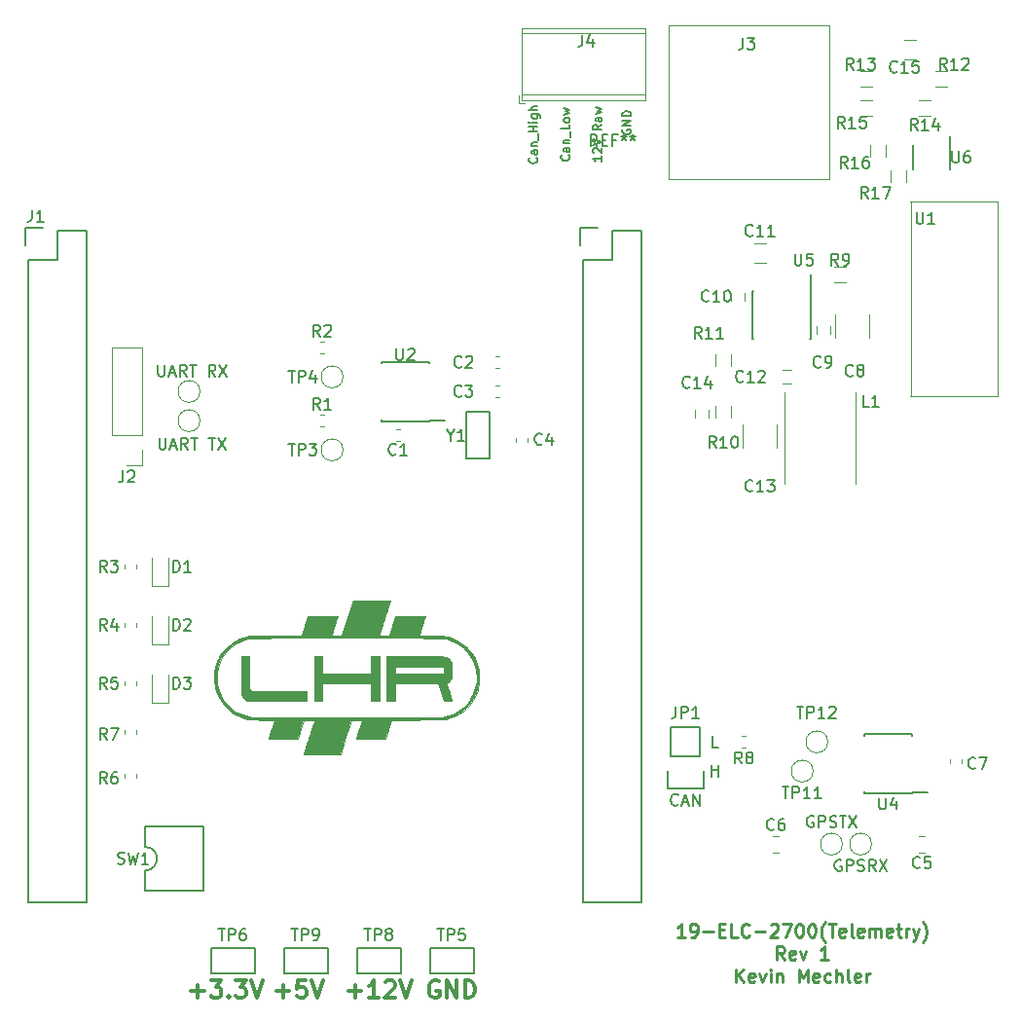
<source format=gto>
G04 #@! TF.GenerationSoftware,KiCad,Pcbnew,(5.0.1)-3*
G04 #@! TF.CreationDate,2018-11-19T22:52:35-06:00*
G04 #@! TF.ProjectId,19-ELC-2700(Telemetry),31392D454C432D323730302854656C65,rev?*
G04 #@! TF.SameCoordinates,Original*
G04 #@! TF.FileFunction,Legend,Top*
G04 #@! TF.FilePolarity,Positive*
%FSLAX46Y46*%
G04 Gerber Fmt 4.6, Leading zero omitted, Abs format (unit mm)*
G04 Created by KiCad (PCBNEW (5.0.1)-3) date 11/19/2018 10:52:35 PM*
%MOMM*%
%LPD*%
G01*
G04 APERTURE LIST*
%ADD10C,0.127000*%
%ADD11C,0.254000*%
%ADD12C,0.300000*%
%ADD13C,0.150000*%
%ADD14C,0.120000*%
%ADD15C,0.100000*%
%ADD16C,0.010000*%
G04 APERTURE END LIST*
D10*
X90119000Y-29262571D02*
X90082714Y-29335142D01*
X90082714Y-29444000D01*
X90119000Y-29552857D01*
X90191571Y-29625428D01*
X90264142Y-29661714D01*
X90409285Y-29698000D01*
X90518142Y-29698000D01*
X90663285Y-29661714D01*
X90735857Y-29625428D01*
X90808428Y-29552857D01*
X90844714Y-29444000D01*
X90844714Y-29371428D01*
X90808428Y-29262571D01*
X90772142Y-29226285D01*
X90518142Y-29226285D01*
X90518142Y-29371428D01*
X90844714Y-28899714D02*
X90082714Y-28899714D01*
X90844714Y-28464285D01*
X90082714Y-28464285D01*
X90844714Y-28101428D02*
X90082714Y-28101428D01*
X90082714Y-27920000D01*
X90119000Y-27811142D01*
X90191571Y-27738571D01*
X90264142Y-27702285D01*
X90409285Y-27666000D01*
X90518142Y-27666000D01*
X90663285Y-27702285D01*
X90735857Y-27738571D01*
X90808428Y-27811142D01*
X90844714Y-27920000D01*
X90844714Y-28101428D01*
X88304714Y-31584857D02*
X88304714Y-32020285D01*
X88304714Y-31802571D02*
X87542714Y-31802571D01*
X87651571Y-31875142D01*
X87724142Y-31947714D01*
X87760428Y-32020285D01*
X87615285Y-31294571D02*
X87579000Y-31258285D01*
X87542714Y-31185714D01*
X87542714Y-31004285D01*
X87579000Y-30931714D01*
X87615285Y-30895428D01*
X87687857Y-30859142D01*
X87760428Y-30859142D01*
X87869285Y-30895428D01*
X88304714Y-31330857D01*
X88304714Y-30859142D01*
X87542714Y-30641428D02*
X88304714Y-30387428D01*
X87542714Y-30133428D01*
X88304714Y-28863428D02*
X87941857Y-29117428D01*
X88304714Y-29298857D02*
X87542714Y-29298857D01*
X87542714Y-29008571D01*
X87579000Y-28936000D01*
X87615285Y-28899714D01*
X87687857Y-28863428D01*
X87796714Y-28863428D01*
X87869285Y-28899714D01*
X87905571Y-28936000D01*
X87941857Y-29008571D01*
X87941857Y-29298857D01*
X88304714Y-28210285D02*
X87905571Y-28210285D01*
X87833000Y-28246571D01*
X87796714Y-28319142D01*
X87796714Y-28464285D01*
X87833000Y-28536857D01*
X88268428Y-28210285D02*
X88304714Y-28282857D01*
X88304714Y-28464285D01*
X88268428Y-28536857D01*
X88195857Y-28573142D01*
X88123285Y-28573142D01*
X88050714Y-28536857D01*
X88014428Y-28464285D01*
X88014428Y-28282857D01*
X87978142Y-28210285D01*
X87796714Y-27920000D02*
X88304714Y-27774857D01*
X87941857Y-27629714D01*
X88304714Y-27484571D01*
X87796714Y-27339428D01*
X85438142Y-31494142D02*
X85474428Y-31530428D01*
X85510714Y-31639285D01*
X85510714Y-31711857D01*
X85474428Y-31820714D01*
X85401857Y-31893285D01*
X85329285Y-31929571D01*
X85184142Y-31965857D01*
X85075285Y-31965857D01*
X84930142Y-31929571D01*
X84857571Y-31893285D01*
X84785000Y-31820714D01*
X84748714Y-31711857D01*
X84748714Y-31639285D01*
X84785000Y-31530428D01*
X84821285Y-31494142D01*
X85510714Y-30841000D02*
X85111571Y-30841000D01*
X85039000Y-30877285D01*
X85002714Y-30949857D01*
X85002714Y-31095000D01*
X85039000Y-31167571D01*
X85474428Y-30841000D02*
X85510714Y-30913571D01*
X85510714Y-31095000D01*
X85474428Y-31167571D01*
X85401857Y-31203857D01*
X85329285Y-31203857D01*
X85256714Y-31167571D01*
X85220428Y-31095000D01*
X85220428Y-30913571D01*
X85184142Y-30841000D01*
X85002714Y-30478142D02*
X85510714Y-30478142D01*
X85075285Y-30478142D02*
X85039000Y-30441857D01*
X85002714Y-30369285D01*
X85002714Y-30260428D01*
X85039000Y-30187857D01*
X85111571Y-30151571D01*
X85510714Y-30151571D01*
X85583285Y-29970142D02*
X85583285Y-29389571D01*
X85510714Y-28845285D02*
X85510714Y-29208142D01*
X84748714Y-29208142D01*
X85510714Y-28482428D02*
X85474428Y-28555000D01*
X85438142Y-28591285D01*
X85365571Y-28627571D01*
X85147857Y-28627571D01*
X85075285Y-28591285D01*
X85039000Y-28555000D01*
X85002714Y-28482428D01*
X85002714Y-28373571D01*
X85039000Y-28301000D01*
X85075285Y-28264714D01*
X85147857Y-28228428D01*
X85365571Y-28228428D01*
X85438142Y-28264714D01*
X85474428Y-28301000D01*
X85510714Y-28373571D01*
X85510714Y-28482428D01*
X85002714Y-27974428D02*
X85510714Y-27829285D01*
X85147857Y-27684142D01*
X85510714Y-27539000D01*
X85002714Y-27393857D01*
X82644142Y-31711857D02*
X82680428Y-31748142D01*
X82716714Y-31857000D01*
X82716714Y-31929571D01*
X82680428Y-32038428D01*
X82607857Y-32111000D01*
X82535285Y-32147285D01*
X82390142Y-32183571D01*
X82281285Y-32183571D01*
X82136142Y-32147285D01*
X82063571Y-32111000D01*
X81991000Y-32038428D01*
X81954714Y-31929571D01*
X81954714Y-31857000D01*
X81991000Y-31748142D01*
X82027285Y-31711857D01*
X82716714Y-31058714D02*
X82317571Y-31058714D01*
X82245000Y-31095000D01*
X82208714Y-31167571D01*
X82208714Y-31312714D01*
X82245000Y-31385285D01*
X82680428Y-31058714D02*
X82716714Y-31131285D01*
X82716714Y-31312714D01*
X82680428Y-31385285D01*
X82607857Y-31421571D01*
X82535285Y-31421571D01*
X82462714Y-31385285D01*
X82426428Y-31312714D01*
X82426428Y-31131285D01*
X82390142Y-31058714D01*
X82208714Y-30695857D02*
X82716714Y-30695857D01*
X82281285Y-30695857D02*
X82245000Y-30659571D01*
X82208714Y-30587000D01*
X82208714Y-30478142D01*
X82245000Y-30405571D01*
X82317571Y-30369285D01*
X82716714Y-30369285D01*
X82789285Y-30187857D02*
X82789285Y-29607285D01*
X82716714Y-29425857D02*
X81954714Y-29425857D01*
X82317571Y-29425857D02*
X82317571Y-28990428D01*
X82716714Y-28990428D02*
X81954714Y-28990428D01*
X82716714Y-28627571D02*
X82208714Y-28627571D01*
X81954714Y-28627571D02*
X81991000Y-28663857D01*
X82027285Y-28627571D01*
X81991000Y-28591285D01*
X81954714Y-28627571D01*
X82027285Y-28627571D01*
X82208714Y-27938142D02*
X82825571Y-27938142D01*
X82898142Y-27974428D01*
X82934428Y-28010714D01*
X82970714Y-28083285D01*
X82970714Y-28192142D01*
X82934428Y-28264714D01*
X82680428Y-27938142D02*
X82716714Y-28010714D01*
X82716714Y-28155857D01*
X82680428Y-28228428D01*
X82644142Y-28264714D01*
X82571571Y-28301000D01*
X82353857Y-28301000D01*
X82281285Y-28264714D01*
X82245000Y-28228428D01*
X82208714Y-28155857D01*
X82208714Y-28010714D01*
X82245000Y-27938142D01*
X82716714Y-27575285D02*
X81954714Y-27575285D01*
X82716714Y-27248714D02*
X82317571Y-27248714D01*
X82245000Y-27285000D01*
X82208714Y-27357571D01*
X82208714Y-27466428D01*
X82245000Y-27539000D01*
X82281285Y-27575285D01*
D11*
X95534642Y-99493571D02*
X94881500Y-99493571D01*
X95208071Y-99493571D02*
X95208071Y-98350571D01*
X95099214Y-98513857D01*
X94990357Y-98622714D01*
X94881500Y-98677142D01*
X96078928Y-99493571D02*
X96296642Y-99493571D01*
X96405500Y-99439142D01*
X96459928Y-99384714D01*
X96568785Y-99221428D01*
X96623214Y-99003714D01*
X96623214Y-98568285D01*
X96568785Y-98459428D01*
X96514357Y-98405000D01*
X96405500Y-98350571D01*
X96187785Y-98350571D01*
X96078928Y-98405000D01*
X96024500Y-98459428D01*
X95970071Y-98568285D01*
X95970071Y-98840428D01*
X96024500Y-98949285D01*
X96078928Y-99003714D01*
X96187785Y-99058142D01*
X96405500Y-99058142D01*
X96514357Y-99003714D01*
X96568785Y-98949285D01*
X96623214Y-98840428D01*
X97113071Y-99058142D02*
X97983928Y-99058142D01*
X98528214Y-98894857D02*
X98909214Y-98894857D01*
X99072500Y-99493571D02*
X98528214Y-99493571D01*
X98528214Y-98350571D01*
X99072500Y-98350571D01*
X100106642Y-99493571D02*
X99562357Y-99493571D01*
X99562357Y-98350571D01*
X101140785Y-99384714D02*
X101086357Y-99439142D01*
X100923071Y-99493571D01*
X100814214Y-99493571D01*
X100650928Y-99439142D01*
X100542071Y-99330285D01*
X100487642Y-99221428D01*
X100433214Y-99003714D01*
X100433214Y-98840428D01*
X100487642Y-98622714D01*
X100542071Y-98513857D01*
X100650928Y-98405000D01*
X100814214Y-98350571D01*
X100923071Y-98350571D01*
X101086357Y-98405000D01*
X101140785Y-98459428D01*
X101630642Y-99058142D02*
X102501500Y-99058142D01*
X102991357Y-98459428D02*
X103045785Y-98405000D01*
X103154642Y-98350571D01*
X103426785Y-98350571D01*
X103535642Y-98405000D01*
X103590071Y-98459428D01*
X103644500Y-98568285D01*
X103644500Y-98677142D01*
X103590071Y-98840428D01*
X102936928Y-99493571D01*
X103644500Y-99493571D01*
X104025500Y-98350571D02*
X104787500Y-98350571D01*
X104297642Y-99493571D01*
X105440642Y-98350571D02*
X105549500Y-98350571D01*
X105658357Y-98405000D01*
X105712785Y-98459428D01*
X105767214Y-98568285D01*
X105821642Y-98786000D01*
X105821642Y-99058142D01*
X105767214Y-99275857D01*
X105712785Y-99384714D01*
X105658357Y-99439142D01*
X105549500Y-99493571D01*
X105440642Y-99493571D01*
X105331785Y-99439142D01*
X105277357Y-99384714D01*
X105222928Y-99275857D01*
X105168500Y-99058142D01*
X105168500Y-98786000D01*
X105222928Y-98568285D01*
X105277357Y-98459428D01*
X105331785Y-98405000D01*
X105440642Y-98350571D01*
X106529214Y-98350571D02*
X106638071Y-98350571D01*
X106746928Y-98405000D01*
X106801357Y-98459428D01*
X106855785Y-98568285D01*
X106910214Y-98786000D01*
X106910214Y-99058142D01*
X106855785Y-99275857D01*
X106801357Y-99384714D01*
X106746928Y-99439142D01*
X106638071Y-99493571D01*
X106529214Y-99493571D01*
X106420357Y-99439142D01*
X106365928Y-99384714D01*
X106311500Y-99275857D01*
X106257071Y-99058142D01*
X106257071Y-98786000D01*
X106311500Y-98568285D01*
X106365928Y-98459428D01*
X106420357Y-98405000D01*
X106529214Y-98350571D01*
X107726642Y-99929000D02*
X107672214Y-99874571D01*
X107563357Y-99711285D01*
X107508928Y-99602428D01*
X107454500Y-99439142D01*
X107400071Y-99167000D01*
X107400071Y-98949285D01*
X107454500Y-98677142D01*
X107508928Y-98513857D01*
X107563357Y-98405000D01*
X107672214Y-98241714D01*
X107726642Y-98187285D01*
X107998785Y-98350571D02*
X108651928Y-98350571D01*
X108325357Y-99493571D02*
X108325357Y-98350571D01*
X109468357Y-99439142D02*
X109359500Y-99493571D01*
X109141785Y-99493571D01*
X109032928Y-99439142D01*
X108978500Y-99330285D01*
X108978500Y-98894857D01*
X109032928Y-98786000D01*
X109141785Y-98731571D01*
X109359500Y-98731571D01*
X109468357Y-98786000D01*
X109522785Y-98894857D01*
X109522785Y-99003714D01*
X108978500Y-99112571D01*
X110175928Y-99493571D02*
X110067071Y-99439142D01*
X110012642Y-99330285D01*
X110012642Y-98350571D01*
X111046785Y-99439142D02*
X110937928Y-99493571D01*
X110720214Y-99493571D01*
X110611357Y-99439142D01*
X110556928Y-99330285D01*
X110556928Y-98894857D01*
X110611357Y-98786000D01*
X110720214Y-98731571D01*
X110937928Y-98731571D01*
X111046785Y-98786000D01*
X111101214Y-98894857D01*
X111101214Y-99003714D01*
X110556928Y-99112571D01*
X111591071Y-99493571D02*
X111591071Y-98731571D01*
X111591071Y-98840428D02*
X111645500Y-98786000D01*
X111754357Y-98731571D01*
X111917642Y-98731571D01*
X112026500Y-98786000D01*
X112080928Y-98894857D01*
X112080928Y-99493571D01*
X112080928Y-98894857D02*
X112135357Y-98786000D01*
X112244214Y-98731571D01*
X112407500Y-98731571D01*
X112516357Y-98786000D01*
X112570785Y-98894857D01*
X112570785Y-99493571D01*
X113550500Y-99439142D02*
X113441642Y-99493571D01*
X113223928Y-99493571D01*
X113115071Y-99439142D01*
X113060642Y-99330285D01*
X113060642Y-98894857D01*
X113115071Y-98786000D01*
X113223928Y-98731571D01*
X113441642Y-98731571D01*
X113550500Y-98786000D01*
X113604928Y-98894857D01*
X113604928Y-99003714D01*
X113060642Y-99112571D01*
X113931500Y-98731571D02*
X114366928Y-98731571D01*
X114094785Y-98350571D02*
X114094785Y-99330285D01*
X114149214Y-99439142D01*
X114258071Y-99493571D01*
X114366928Y-99493571D01*
X114747928Y-99493571D02*
X114747928Y-98731571D01*
X114747928Y-98949285D02*
X114802357Y-98840428D01*
X114856785Y-98786000D01*
X114965642Y-98731571D01*
X115074500Y-98731571D01*
X115346642Y-98731571D02*
X115618785Y-99493571D01*
X115890928Y-98731571D02*
X115618785Y-99493571D01*
X115509928Y-99765714D01*
X115455500Y-99820142D01*
X115346642Y-99874571D01*
X116217500Y-99929000D02*
X116271928Y-99874571D01*
X116380785Y-99711285D01*
X116435214Y-99602428D01*
X116489642Y-99439142D01*
X116544071Y-99167000D01*
X116544071Y-98949285D01*
X116489642Y-98677142D01*
X116435214Y-98513857D01*
X116380785Y-98405000D01*
X116271928Y-98241714D01*
X116217500Y-98187285D01*
X104188785Y-101462071D02*
X103807785Y-100917785D01*
X103535642Y-101462071D02*
X103535642Y-100319071D01*
X103971071Y-100319071D01*
X104079928Y-100373500D01*
X104134357Y-100427928D01*
X104188785Y-100536785D01*
X104188785Y-100700071D01*
X104134357Y-100808928D01*
X104079928Y-100863357D01*
X103971071Y-100917785D01*
X103535642Y-100917785D01*
X105114071Y-101407642D02*
X105005214Y-101462071D01*
X104787500Y-101462071D01*
X104678642Y-101407642D01*
X104624214Y-101298785D01*
X104624214Y-100863357D01*
X104678642Y-100754500D01*
X104787500Y-100700071D01*
X105005214Y-100700071D01*
X105114071Y-100754500D01*
X105168500Y-100863357D01*
X105168500Y-100972214D01*
X104624214Y-101081071D01*
X105549500Y-100700071D02*
X105821642Y-101462071D01*
X106093785Y-100700071D01*
X107998785Y-101462071D02*
X107345642Y-101462071D01*
X107672214Y-101462071D02*
X107672214Y-100319071D01*
X107563357Y-100482357D01*
X107454500Y-100591214D01*
X107345642Y-100645642D01*
X99997785Y-103430571D02*
X99997785Y-102287571D01*
X100650928Y-103430571D02*
X100161071Y-102777428D01*
X100650928Y-102287571D02*
X99997785Y-102940714D01*
X101576214Y-103376142D02*
X101467357Y-103430571D01*
X101249642Y-103430571D01*
X101140785Y-103376142D01*
X101086357Y-103267285D01*
X101086357Y-102831857D01*
X101140785Y-102723000D01*
X101249642Y-102668571D01*
X101467357Y-102668571D01*
X101576214Y-102723000D01*
X101630642Y-102831857D01*
X101630642Y-102940714D01*
X101086357Y-103049571D01*
X102011642Y-102668571D02*
X102283785Y-103430571D01*
X102555928Y-102668571D01*
X102991357Y-103430571D02*
X102991357Y-102668571D01*
X102991357Y-102287571D02*
X102936928Y-102342000D01*
X102991357Y-102396428D01*
X103045785Y-102342000D01*
X102991357Y-102287571D01*
X102991357Y-102396428D01*
X103535642Y-102668571D02*
X103535642Y-103430571D01*
X103535642Y-102777428D02*
X103590071Y-102723000D01*
X103698928Y-102668571D01*
X103862214Y-102668571D01*
X103971071Y-102723000D01*
X104025500Y-102831857D01*
X104025500Y-103430571D01*
X105440642Y-103430571D02*
X105440642Y-102287571D01*
X105821642Y-103104000D01*
X106202642Y-102287571D01*
X106202642Y-103430571D01*
X107182357Y-103376142D02*
X107073500Y-103430571D01*
X106855785Y-103430571D01*
X106746928Y-103376142D01*
X106692500Y-103267285D01*
X106692500Y-102831857D01*
X106746928Y-102723000D01*
X106855785Y-102668571D01*
X107073500Y-102668571D01*
X107182357Y-102723000D01*
X107236785Y-102831857D01*
X107236785Y-102940714D01*
X106692500Y-103049571D01*
X108216500Y-103376142D02*
X108107642Y-103430571D01*
X107889928Y-103430571D01*
X107781071Y-103376142D01*
X107726642Y-103321714D01*
X107672214Y-103212857D01*
X107672214Y-102886285D01*
X107726642Y-102777428D01*
X107781071Y-102723000D01*
X107889928Y-102668571D01*
X108107642Y-102668571D01*
X108216500Y-102723000D01*
X108706357Y-103430571D02*
X108706357Y-102287571D01*
X109196214Y-103430571D02*
X109196214Y-102831857D01*
X109141785Y-102723000D01*
X109032928Y-102668571D01*
X108869642Y-102668571D01*
X108760785Y-102723000D01*
X108706357Y-102777428D01*
X109903785Y-103430571D02*
X109794928Y-103376142D01*
X109740500Y-103267285D01*
X109740500Y-102287571D01*
X110774642Y-103376142D02*
X110665785Y-103430571D01*
X110448071Y-103430571D01*
X110339214Y-103376142D01*
X110284785Y-103267285D01*
X110284785Y-102831857D01*
X110339214Y-102723000D01*
X110448071Y-102668571D01*
X110665785Y-102668571D01*
X110774642Y-102723000D01*
X110829071Y-102831857D01*
X110829071Y-102940714D01*
X110284785Y-103049571D01*
X111318928Y-103430571D02*
X111318928Y-102668571D01*
X111318928Y-102886285D02*
X111373357Y-102777428D01*
X111427785Y-102723000D01*
X111536642Y-102668571D01*
X111645500Y-102668571D01*
D12*
X74117142Y-103370000D02*
X73974285Y-103298571D01*
X73760000Y-103298571D01*
X73545714Y-103370000D01*
X73402857Y-103512857D01*
X73331428Y-103655714D01*
X73260000Y-103941428D01*
X73260000Y-104155714D01*
X73331428Y-104441428D01*
X73402857Y-104584285D01*
X73545714Y-104727142D01*
X73760000Y-104798571D01*
X73902857Y-104798571D01*
X74117142Y-104727142D01*
X74188571Y-104655714D01*
X74188571Y-104155714D01*
X73902857Y-104155714D01*
X74831428Y-104798571D02*
X74831428Y-103298571D01*
X75688571Y-104798571D01*
X75688571Y-103298571D01*
X76402857Y-104798571D02*
X76402857Y-103298571D01*
X76760000Y-103298571D01*
X76974285Y-103370000D01*
X77117142Y-103512857D01*
X77188571Y-103655714D01*
X77260000Y-103941428D01*
X77260000Y-104155714D01*
X77188571Y-104441428D01*
X77117142Y-104584285D01*
X76974285Y-104727142D01*
X76760000Y-104798571D01*
X76402857Y-104798571D01*
X66267142Y-104227142D02*
X67410000Y-104227142D01*
X66838571Y-104798571D02*
X66838571Y-103655714D01*
X68910000Y-104798571D02*
X68052857Y-104798571D01*
X68481428Y-104798571D02*
X68481428Y-103298571D01*
X68338571Y-103512857D01*
X68195714Y-103655714D01*
X68052857Y-103727142D01*
X69481428Y-103441428D02*
X69552857Y-103370000D01*
X69695714Y-103298571D01*
X70052857Y-103298571D01*
X70195714Y-103370000D01*
X70267142Y-103441428D01*
X70338571Y-103584285D01*
X70338571Y-103727142D01*
X70267142Y-103941428D01*
X69410000Y-104798571D01*
X70338571Y-104798571D01*
X70767142Y-103298571D02*
X71267142Y-104798571D01*
X71767142Y-103298571D01*
X59996428Y-104227142D02*
X61139285Y-104227142D01*
X60567857Y-104798571D02*
X60567857Y-103655714D01*
X62567857Y-103298571D02*
X61853571Y-103298571D01*
X61782142Y-104012857D01*
X61853571Y-103941428D01*
X61996428Y-103870000D01*
X62353571Y-103870000D01*
X62496428Y-103941428D01*
X62567857Y-104012857D01*
X62639285Y-104155714D01*
X62639285Y-104512857D01*
X62567857Y-104655714D01*
X62496428Y-104727142D01*
X62353571Y-104798571D01*
X61996428Y-104798571D01*
X61853571Y-104727142D01*
X61782142Y-104655714D01*
X63067857Y-103298571D02*
X63567857Y-104798571D01*
X64067857Y-103298571D01*
X52575000Y-104227142D02*
X53717857Y-104227142D01*
X53146428Y-104798571D02*
X53146428Y-103655714D01*
X54289285Y-103298571D02*
X55217857Y-103298571D01*
X54717857Y-103870000D01*
X54932142Y-103870000D01*
X55075000Y-103941428D01*
X55146428Y-104012857D01*
X55217857Y-104155714D01*
X55217857Y-104512857D01*
X55146428Y-104655714D01*
X55075000Y-104727142D01*
X54932142Y-104798571D01*
X54503571Y-104798571D01*
X54360714Y-104727142D01*
X54289285Y-104655714D01*
X55860714Y-104655714D02*
X55932142Y-104727142D01*
X55860714Y-104798571D01*
X55789285Y-104727142D01*
X55860714Y-104655714D01*
X55860714Y-104798571D01*
X56432142Y-103298571D02*
X57360714Y-103298571D01*
X56860714Y-103870000D01*
X57075000Y-103870000D01*
X57217857Y-103941428D01*
X57289285Y-104012857D01*
X57360714Y-104155714D01*
X57360714Y-104512857D01*
X57289285Y-104655714D01*
X57217857Y-104727142D01*
X57075000Y-104798571D01*
X56646428Y-104798571D01*
X56503571Y-104727142D01*
X56432142Y-104655714D01*
X57789285Y-103298571D02*
X58289285Y-104798571D01*
X58789285Y-103298571D01*
D13*
G04 #@! TO.C,J1*
X38150000Y-37800000D02*
X38150000Y-39350000D01*
X40970000Y-40620000D02*
X38430000Y-40620000D01*
X40970000Y-38080000D02*
X40970000Y-40620000D01*
X39700000Y-37800000D02*
X38150000Y-37800000D01*
X43510000Y-38080000D02*
X40970000Y-38080000D01*
X43510000Y-96500000D02*
X38430000Y-96500000D01*
X38430000Y-96500000D02*
X38430000Y-40620000D01*
X43510000Y-96500000D02*
X43510000Y-38080000D01*
X89230000Y-40620000D02*
X86690000Y-40620000D01*
X91770000Y-38080000D02*
X89230000Y-38080000D01*
X91770000Y-96500000D02*
X86690000Y-96500000D01*
X91770000Y-96500000D02*
X91770000Y-38080000D01*
X87960000Y-37800000D02*
X86410000Y-37800000D01*
X86690000Y-96500000D02*
X86690000Y-40620000D01*
X86410000Y-37800000D02*
X86410000Y-39350000D01*
X89230000Y-38080000D02*
X89230000Y-40620000D01*
D14*
G04 #@! TO.C,J3*
X108120000Y-20190000D02*
X108120000Y-33540000D01*
X108120000Y-33540000D02*
X94120000Y-33540000D01*
X94120000Y-33540000D02*
X94120000Y-20190000D01*
X94120000Y-20190000D02*
X108120000Y-20190000D01*
D15*
G04 #@! TO.C,U1*
X115238000Y-35486000D02*
X115238000Y-52486000D01*
X122738000Y-35486000D02*
X122738000Y-52486000D01*
X122738000Y-52486000D02*
X115238000Y-52486000D01*
D13*
X115244040Y-52479760D02*
X115254200Y-52474680D01*
X115254200Y-52474680D02*
X115244040Y-52474680D01*
D15*
X122738000Y-35486000D02*
X115238000Y-35486000D01*
D13*
X115238960Y-35492240D02*
X115244040Y-35492240D01*
D14*
G04 #@! TO.C,C10*
X99552000Y-44145000D02*
X99552000Y-43445000D01*
X100752000Y-43445000D02*
X100752000Y-44145000D01*
D13*
G04 #@! TO.C,U2*
X73271000Y-54625000D02*
X73271000Y-54575000D01*
X69121000Y-54625000D02*
X69121000Y-54480000D01*
X69121000Y-49475000D02*
X69121000Y-49620000D01*
X73271000Y-49475000D02*
X73271000Y-49620000D01*
X73271000Y-54625000D02*
X69121000Y-54625000D01*
X73271000Y-49475000D02*
X69121000Y-49475000D01*
X73271000Y-54575000D02*
X74671000Y-54575000D01*
D14*
G04 #@! TO.C,C1*
X70389733Y-56370000D02*
X70732267Y-56370000D01*
X70389733Y-55350000D02*
X70732267Y-55350000D01*
G04 #@! TO.C,C2*
X79039733Y-49000000D02*
X79382267Y-49000000D01*
X79039733Y-50020000D02*
X79382267Y-50020000D01*
G04 #@! TO.C,C3*
X79039733Y-52560000D02*
X79382267Y-52560000D01*
X79039733Y-51540000D02*
X79382267Y-51540000D01*
G04 #@! TO.C,C4*
X80846000Y-56426267D02*
X80846000Y-56083733D01*
X81866000Y-56426267D02*
X81866000Y-56083733D01*
G04 #@! TO.C,C5*
X116406252Y-90710000D02*
X115883748Y-90710000D01*
X116406252Y-92130000D02*
X115883748Y-92130000D01*
G04 #@! TO.C,C6*
X103183748Y-90710000D02*
X103706252Y-90710000D01*
X103183748Y-92130000D02*
X103706252Y-92130000D01*
G04 #@! TO.C,C7*
X118565000Y-84366267D02*
X118565000Y-84023733D01*
X119585000Y-84366267D02*
X119585000Y-84023733D01*
G04 #@! TO.C,C8*
X108613287Y-45356779D02*
X108613287Y-47356779D01*
X111573287Y-47356779D02*
X111573287Y-45356779D01*
G04 #@! TO.C,C9*
X106953287Y-47026779D02*
X106953287Y-46326779D01*
X108153287Y-46326779D02*
X108153287Y-47026779D01*
G04 #@! TO.C,C11*
X101557000Y-40835000D02*
X102557000Y-40835000D01*
X102557000Y-39135000D02*
X101557000Y-39135000D01*
G04 #@! TO.C,C12*
X104054000Y-50180000D02*
X104754000Y-50180000D01*
X104754000Y-51380000D02*
X104054000Y-51380000D01*
G04 #@! TO.C,C13*
X103537000Y-56955000D02*
X103537000Y-54955000D01*
X100577000Y-54955000D02*
X100577000Y-56955000D01*
G04 #@! TO.C,C14*
X96377000Y-54305000D02*
X96377000Y-53605000D01*
X97577000Y-53605000D02*
X97577000Y-54305000D01*
G04 #@! TO.C,C15*
X114638000Y-23182000D02*
X115638000Y-23182000D01*
X115638000Y-21482000D02*
X114638000Y-21482000D01*
G04 #@! TO.C,D1*
X49125000Y-66490000D02*
X49125000Y-68950000D01*
X49125000Y-68950000D02*
X50595000Y-68950000D01*
X50595000Y-68950000D02*
X50595000Y-66490000D01*
G04 #@! TO.C,D2*
X50595000Y-74030000D02*
X50595000Y-71570000D01*
X49125000Y-74030000D02*
X50595000Y-74030000D01*
X49125000Y-71570000D02*
X49125000Y-74030000D01*
G04 #@! TO.C,D3*
X49125000Y-76650000D02*
X49125000Y-79110000D01*
X49125000Y-79110000D02*
X50595000Y-79110000D01*
X50595000Y-79110000D02*
X50595000Y-76650000D01*
G04 #@! TO.C,J2*
X48320000Y-48200000D02*
X45660000Y-48200000D01*
X48320000Y-55880000D02*
X48320000Y-48200000D01*
X45660000Y-55880000D02*
X45660000Y-48200000D01*
X48320000Y-55880000D02*
X45660000Y-55880000D01*
X48320000Y-57150000D02*
X48320000Y-58480000D01*
X48320000Y-58480000D02*
X46990000Y-58480000D01*
D13*
G04 #@! TO.C,JP1*
X94310000Y-83800000D02*
X94310000Y-81260000D01*
X94030000Y-86620000D02*
X94030000Y-85070000D01*
X94310000Y-83800000D02*
X96850000Y-83800000D01*
X97130000Y-85070000D02*
X97130000Y-86620000D01*
X97130000Y-86620000D02*
X94030000Y-86620000D01*
X96850000Y-83800000D02*
X96850000Y-81260000D01*
X96850000Y-81260000D02*
X94310000Y-81260000D01*
D14*
G04 #@! TO.C,L1*
X110364000Y-52095000D02*
X110364000Y-60095000D01*
X104164000Y-52095000D02*
X104164000Y-60095000D01*
G04 #@! TO.C,R1*
X63799733Y-55100000D02*
X64142267Y-55100000D01*
X63799733Y-54080000D02*
X64142267Y-54080000D01*
G04 #@! TO.C,R2*
X63799733Y-47730000D02*
X64142267Y-47730000D01*
X63799733Y-48750000D02*
X64142267Y-48750000D01*
G04 #@! TO.C,R3*
X46810000Y-67461267D02*
X46810000Y-67118733D01*
X47830000Y-67461267D02*
X47830000Y-67118733D01*
G04 #@! TO.C,R4*
X46810000Y-72541267D02*
X46810000Y-72198733D01*
X47830000Y-72541267D02*
X47830000Y-72198733D01*
G04 #@! TO.C,R5*
X47830000Y-77621267D02*
X47830000Y-77278733D01*
X46810000Y-77621267D02*
X46810000Y-77278733D01*
G04 #@! TO.C,R6*
X46810000Y-85636267D02*
X46810000Y-85293733D01*
X47830000Y-85636267D02*
X47830000Y-85293733D01*
G04 #@! TO.C,R7*
X47830000Y-81826267D02*
X47830000Y-81483733D01*
X46810000Y-81826267D02*
X46810000Y-81483733D01*
G04 #@! TO.C,R8*
X100831267Y-82020000D02*
X100488733Y-82020000D01*
X100831267Y-83040000D02*
X100488733Y-83040000D01*
G04 #@! TO.C,R9*
X109542000Y-42570000D02*
X108542000Y-42570000D01*
X108542000Y-41210000D02*
X109542000Y-41210000D01*
G04 #@! TO.C,R10*
X98202000Y-54285000D02*
X98202000Y-53285000D01*
X99562000Y-53285000D02*
X99562000Y-54285000D01*
G04 #@! TO.C,R11*
X99562000Y-48840000D02*
X99562000Y-49840000D01*
X98202000Y-49840000D02*
X98202000Y-48840000D01*
G04 #@! TO.C,R12*
X117348000Y-24192000D02*
X118348000Y-24192000D01*
X118348000Y-25552000D02*
X117348000Y-25552000D01*
G04 #@! TO.C,R13*
X111828000Y-25552000D02*
X110828000Y-25552000D01*
X110828000Y-24192000D02*
X111828000Y-24192000D01*
G04 #@! TO.C,R14*
X116908000Y-28092000D02*
X115908000Y-28092000D01*
X115908000Y-26732000D02*
X116908000Y-26732000D01*
G04 #@! TO.C,R15*
X110828000Y-26732000D02*
X111828000Y-26732000D01*
X111828000Y-28092000D02*
X110828000Y-28092000D01*
G04 #@! TO.C,R16*
X111664000Y-31638000D02*
X111664000Y-30638000D01*
X113024000Y-30638000D02*
X113024000Y-31638000D01*
G04 #@! TO.C,R17*
X113442000Y-33838000D02*
X113442000Y-32838000D01*
X114802000Y-32838000D02*
X114802000Y-33838000D01*
D13*
G04 #@! TO.C,SW1*
X53670000Y-95484000D02*
X53670000Y-89896000D01*
X53670000Y-89896000D02*
X48590000Y-89896000D01*
X48590000Y-89896000D02*
X48590000Y-91674000D01*
X53670000Y-95484000D02*
X48590000Y-95484000D01*
X48590000Y-95484000D02*
X48590000Y-93706000D01*
X48590000Y-91674000D02*
G75*
G02X48590000Y-93706000I0J-1016000D01*
G01*
D14*
G04 #@! TO.C,UART TX*
X53350000Y-54590000D02*
G75*
G03X53350000Y-54590000I-950000J0D01*
G01*
G04 #@! TO.C,UART RX*
X53350000Y-52050000D02*
G75*
G03X53350000Y-52050000I-950000J0D01*
G01*
G04 #@! TO.C,TP3*
X65796000Y-57130000D02*
G75*
G03X65796000Y-57130000I-950000J0D01*
G01*
G04 #@! TO.C,TP4*
X65796000Y-50780000D02*
G75*
G03X65796000Y-50780000I-950000J0D01*
G01*
D13*
G04 #@! TO.C,TP5*
X73360000Y-102680000D02*
X73360000Y-100480000D01*
X77160000Y-102680000D02*
X73360000Y-102680000D01*
X77160000Y-100480000D02*
X77160000Y-102680000D01*
X73360000Y-100480000D02*
X77160000Y-100480000D01*
G04 #@! TO.C,TP6*
X54310000Y-100480000D02*
X58110000Y-100480000D01*
X58110000Y-100480000D02*
X58110000Y-102680000D01*
X58110000Y-102680000D02*
X54310000Y-102680000D01*
X54310000Y-102680000D02*
X54310000Y-100480000D01*
D14*
G04 #@! TO.C,GPSTX*
X109230000Y-91420000D02*
G75*
G03X109230000Y-91420000I-950000J0D01*
G01*
D13*
G04 #@! TO.C,TP8*
X67010000Y-100480000D02*
X70810000Y-100480000D01*
X70810000Y-100480000D02*
X70810000Y-102680000D01*
X70810000Y-102680000D02*
X67010000Y-102680000D01*
X67010000Y-102680000D02*
X67010000Y-100480000D01*
G04 #@! TO.C,TP9*
X60660000Y-102680000D02*
X60660000Y-100480000D01*
X64460000Y-102680000D02*
X60660000Y-102680000D01*
X64460000Y-100480000D02*
X64460000Y-102680000D01*
X60660000Y-100480000D02*
X64460000Y-100480000D01*
D14*
G04 #@! TO.C,GPSRX*
X111770000Y-91420000D02*
G75*
G03X111770000Y-91420000I-950000J0D01*
G01*
G04 #@! TO.C,TP11*
X106690000Y-85070000D02*
G75*
G03X106690000Y-85070000I-950000J0D01*
G01*
G04 #@! TO.C,TP12*
X107960000Y-82530000D02*
G75*
G03X107960000Y-82530000I-950000J0D01*
G01*
D13*
G04 #@! TO.C,U4*
X115275000Y-86960000D02*
X116675000Y-86960000D01*
X115275000Y-81860000D02*
X111125000Y-81860000D01*
X115275000Y-87010000D02*
X111125000Y-87010000D01*
X115275000Y-81860000D02*
X115275000Y-82005000D01*
X111125000Y-81860000D02*
X111125000Y-82005000D01*
X111125000Y-87010000D02*
X111125000Y-86865000D01*
X115275000Y-87010000D02*
X115275000Y-86960000D01*
G04 #@! TO.C,U5*
X106517000Y-43295000D02*
X106467000Y-43295000D01*
X106517000Y-47445000D02*
X106372000Y-47445000D01*
X101367000Y-47445000D02*
X101512000Y-47445000D01*
X101367000Y-43295000D02*
X101512000Y-43295000D01*
X106517000Y-43295000D02*
X106517000Y-47445000D01*
X101367000Y-43295000D02*
X101367000Y-47445000D01*
X106467000Y-43295000D02*
X106467000Y-41895000D01*
G04 #@! TO.C,U6*
X115378000Y-30637000D02*
X115378000Y-32737000D01*
X118628000Y-29862000D02*
X118628000Y-32737000D01*
G04 #@! TO.C,Y1*
X76530000Y-57912000D02*
X76530000Y-53848000D01*
X76530000Y-53848000D02*
X78562000Y-53848000D01*
X78562000Y-53848000D02*
X78562000Y-57912000D01*
X78562000Y-57912000D02*
X76530000Y-57912000D01*
D16*
G04 #@! TO.C,G\002A\002A\002A*
G36*
X72113575Y-75100573D02*
X72428946Y-75100646D01*
X72726338Y-75100844D01*
X73005206Y-75101165D01*
X73265010Y-75101606D01*
X73505205Y-75102165D01*
X73725251Y-75102838D01*
X73924603Y-75103624D01*
X74102721Y-75104519D01*
X74259060Y-75105521D01*
X74393080Y-75106627D01*
X74504237Y-75107835D01*
X74591989Y-75109143D01*
X74655794Y-75110546D01*
X74695108Y-75112044D01*
X74707550Y-75113110D01*
X74815933Y-75143398D01*
X74917775Y-75196508D01*
X75010824Y-75270229D01*
X75092833Y-75362347D01*
X75161553Y-75470651D01*
X75214736Y-75592928D01*
X75224039Y-75621200D01*
X75231054Y-75644330D01*
X75236864Y-75666171D01*
X75241581Y-75689283D01*
X75245321Y-75716224D01*
X75248195Y-75749554D01*
X75250318Y-75791833D01*
X75251804Y-75845619D01*
X75252766Y-75913473D01*
X75253318Y-75997955D01*
X75253573Y-76101622D01*
X75253646Y-76227035D01*
X75253650Y-76287950D01*
X75253621Y-76423425D01*
X75253460Y-76536059D01*
X75253052Y-76628411D01*
X75252283Y-76703039D01*
X75251039Y-76762501D01*
X75249206Y-76809357D01*
X75246669Y-76846166D01*
X75243315Y-76875485D01*
X75239030Y-76899874D01*
X75233699Y-76921891D01*
X75227209Y-76944096D01*
X75223920Y-76954700D01*
X75174607Y-77080668D01*
X75110831Y-77191330D01*
X75034483Y-77284252D01*
X74947451Y-77357002D01*
X74882812Y-77393859D01*
X74843221Y-77414685D01*
X74814734Y-77433811D01*
X74803444Y-77447140D01*
X74803437Y-77447261D01*
X74807059Y-77461972D01*
X74817718Y-77498762D01*
X74834757Y-77555501D01*
X74857521Y-77630060D01*
X74885352Y-77720312D01*
X74917593Y-77824126D01*
X74953589Y-77939375D01*
X74992682Y-78063930D01*
X75034216Y-78195662D01*
X75037750Y-78206843D01*
X75079444Y-78338939D01*
X75118775Y-78463918D01*
X75155084Y-78579667D01*
X75187714Y-78684073D01*
X75216007Y-78775021D01*
X75239307Y-78850399D01*
X75256955Y-78908092D01*
X75268296Y-78945987D01*
X75272670Y-78961971D01*
X75272700Y-78962258D01*
X75260290Y-78965863D01*
X75224197Y-78968635D01*
X75166126Y-78970530D01*
X75087781Y-78971507D01*
X74990868Y-78971521D01*
X74921834Y-78971025D01*
X74570969Y-78967650D01*
X74302709Y-78215440D01*
X74034450Y-77463231D01*
X72164375Y-77462965D01*
X70294300Y-77462700D01*
X70294300Y-78974000D01*
X69595800Y-78974000D01*
X69595800Y-76611800D01*
X70294300Y-76611800D01*
X72305516Y-76611800D01*
X72600201Y-76611717D01*
X72873797Y-76611469D01*
X73125938Y-76611060D01*
X73356258Y-76610491D01*
X73564390Y-76609764D01*
X73749969Y-76608882D01*
X73912630Y-76607847D01*
X74052006Y-76606661D01*
X74167731Y-76605326D01*
X74259440Y-76603846D01*
X74326766Y-76602221D01*
X74369344Y-76600454D01*
X74385141Y-76598979D01*
X74452497Y-76579470D01*
X74502263Y-76547489D01*
X74540862Y-76498837D01*
X74542450Y-76496172D01*
X74553613Y-76473613D01*
X74561009Y-76447330D01*
X74565363Y-76411737D01*
X74567400Y-76361248D01*
X74567850Y-76300303D01*
X74567379Y-76233486D01*
X74565337Y-76185762D01*
X74560774Y-76150835D01*
X74552743Y-76122405D01*
X74540296Y-76094175D01*
X74535354Y-76084403D01*
X74494059Y-76025044D01*
X74452804Y-75992883D01*
X74402750Y-75964517D01*
X72348525Y-75964308D01*
X70294300Y-75964100D01*
X70294300Y-76611800D01*
X69595800Y-76611800D01*
X69595800Y-75100500D01*
X72113575Y-75100573D01*
X72113575Y-75100573D01*
G37*
X72113575Y-75100573D02*
X72428946Y-75100646D01*
X72726338Y-75100844D01*
X73005206Y-75101165D01*
X73265010Y-75101606D01*
X73505205Y-75102165D01*
X73725251Y-75102838D01*
X73924603Y-75103624D01*
X74102721Y-75104519D01*
X74259060Y-75105521D01*
X74393080Y-75106627D01*
X74504237Y-75107835D01*
X74591989Y-75109143D01*
X74655794Y-75110546D01*
X74695108Y-75112044D01*
X74707550Y-75113110D01*
X74815933Y-75143398D01*
X74917775Y-75196508D01*
X75010824Y-75270229D01*
X75092833Y-75362347D01*
X75161553Y-75470651D01*
X75214736Y-75592928D01*
X75224039Y-75621200D01*
X75231054Y-75644330D01*
X75236864Y-75666171D01*
X75241581Y-75689283D01*
X75245321Y-75716224D01*
X75248195Y-75749554D01*
X75250318Y-75791833D01*
X75251804Y-75845619D01*
X75252766Y-75913473D01*
X75253318Y-75997955D01*
X75253573Y-76101622D01*
X75253646Y-76227035D01*
X75253650Y-76287950D01*
X75253621Y-76423425D01*
X75253460Y-76536059D01*
X75253052Y-76628411D01*
X75252283Y-76703039D01*
X75251039Y-76762501D01*
X75249206Y-76809357D01*
X75246669Y-76846166D01*
X75243315Y-76875485D01*
X75239030Y-76899874D01*
X75233699Y-76921891D01*
X75227209Y-76944096D01*
X75223920Y-76954700D01*
X75174607Y-77080668D01*
X75110831Y-77191330D01*
X75034483Y-77284252D01*
X74947451Y-77357002D01*
X74882812Y-77393859D01*
X74843221Y-77414685D01*
X74814734Y-77433811D01*
X74803444Y-77447140D01*
X74803437Y-77447261D01*
X74807059Y-77461972D01*
X74817718Y-77498762D01*
X74834757Y-77555501D01*
X74857521Y-77630060D01*
X74885352Y-77720312D01*
X74917593Y-77824126D01*
X74953589Y-77939375D01*
X74992682Y-78063930D01*
X75034216Y-78195662D01*
X75037750Y-78206843D01*
X75079444Y-78338939D01*
X75118775Y-78463918D01*
X75155084Y-78579667D01*
X75187714Y-78684073D01*
X75216007Y-78775021D01*
X75239307Y-78850399D01*
X75256955Y-78908092D01*
X75268296Y-78945987D01*
X75272670Y-78961971D01*
X75272700Y-78962258D01*
X75260290Y-78965863D01*
X75224197Y-78968635D01*
X75166126Y-78970530D01*
X75087781Y-78971507D01*
X74990868Y-78971521D01*
X74921834Y-78971025D01*
X74570969Y-78967650D01*
X74302709Y-78215440D01*
X74034450Y-77463231D01*
X72164375Y-77462965D01*
X70294300Y-77462700D01*
X70294300Y-78974000D01*
X69595800Y-78974000D01*
X69595800Y-76611800D01*
X70294300Y-76611800D01*
X72305516Y-76611800D01*
X72600201Y-76611717D01*
X72873797Y-76611469D01*
X73125938Y-76611060D01*
X73356258Y-76610491D01*
X73564390Y-76609764D01*
X73749969Y-76608882D01*
X73912630Y-76607847D01*
X74052006Y-76606661D01*
X74167731Y-76605326D01*
X74259440Y-76603846D01*
X74326766Y-76602221D01*
X74369344Y-76600454D01*
X74385141Y-76598979D01*
X74452497Y-76579470D01*
X74502263Y-76547489D01*
X74540862Y-76498837D01*
X74542450Y-76496172D01*
X74553613Y-76473613D01*
X74561009Y-76447330D01*
X74565363Y-76411737D01*
X74567400Y-76361248D01*
X74567850Y-76300303D01*
X74567379Y-76233486D01*
X74565337Y-76185762D01*
X74560774Y-76150835D01*
X74552743Y-76122405D01*
X74540296Y-76094175D01*
X74535354Y-76084403D01*
X74494059Y-76025044D01*
X74452804Y-75992883D01*
X74402750Y-75964517D01*
X72348525Y-75964308D01*
X70294300Y-75964100D01*
X70294300Y-76611800D01*
X69595800Y-76611800D01*
X69595800Y-75100500D01*
X72113575Y-75100573D01*
G36*
X63982400Y-76611800D02*
X68249600Y-76611800D01*
X68249600Y-75100500D01*
X68948100Y-75100500D01*
X68948100Y-78974000D01*
X68249600Y-78974000D01*
X68249600Y-77462700D01*
X63982400Y-77462700D01*
X63982400Y-78974000D01*
X63283900Y-78974000D01*
X63283900Y-75100500D01*
X63982400Y-75100500D01*
X63982400Y-76611800D01*
X63982400Y-76611800D01*
G37*
X63982400Y-76611800D02*
X68249600Y-76611800D01*
X68249600Y-75100500D01*
X68948100Y-75100500D01*
X68948100Y-78974000D01*
X68249600Y-78974000D01*
X68249600Y-77462700D01*
X63982400Y-77462700D01*
X63982400Y-78974000D01*
X63283900Y-78974000D01*
X63283900Y-75100500D01*
X63982400Y-75100500D01*
X63982400Y-76611800D01*
G36*
X57664150Y-77875450D02*
X57697187Y-77945300D01*
X57735197Y-78010937D01*
X57779169Y-78062687D01*
X57824591Y-78095445D01*
X57833251Y-78099192D01*
X57848946Y-78100389D01*
X57888884Y-78101544D01*
X57951906Y-78102653D01*
X58036856Y-78103710D01*
X58142575Y-78104710D01*
X58267907Y-78105647D01*
X58411692Y-78106516D01*
X58572775Y-78107311D01*
X58749997Y-78108028D01*
X58942201Y-78108661D01*
X59148229Y-78109204D01*
X59366924Y-78109653D01*
X59597127Y-78110001D01*
X59837682Y-78110244D01*
X60087431Y-78110376D01*
X60249426Y-78110400D01*
X62636200Y-78110400D01*
X62636200Y-78974000D01*
X60118425Y-78972451D01*
X59866309Y-78972241D01*
X59620367Y-78971930D01*
X59381857Y-78971523D01*
X59152034Y-78971026D01*
X58932154Y-78970445D01*
X58723473Y-78969787D01*
X58527247Y-78969058D01*
X58344733Y-78968263D01*
X58177186Y-78967409D01*
X58025863Y-78966501D01*
X57892020Y-78965546D01*
X57776913Y-78964551D01*
X57681798Y-78963519D01*
X57607931Y-78962459D01*
X57556568Y-78961376D01*
X57528966Y-78960276D01*
X57525466Y-78959938D01*
X57417439Y-78931669D01*
X57315622Y-78880555D01*
X57222313Y-78808844D01*
X57139812Y-78718788D01*
X57070415Y-78612638D01*
X57016421Y-78492643D01*
X57001202Y-78446511D01*
X56997894Y-78434298D01*
X56994915Y-78419989D01*
X56992244Y-78402234D01*
X56989861Y-78379686D01*
X56987746Y-78350997D01*
X56985876Y-78314817D01*
X56984233Y-78269800D01*
X56982795Y-78214596D01*
X56981542Y-78147857D01*
X56980453Y-78068235D01*
X56979507Y-77974382D01*
X56978684Y-77864949D01*
X56977963Y-77738588D01*
X56977324Y-77593950D01*
X56976745Y-77429689D01*
X56976207Y-77244454D01*
X56975688Y-77036898D01*
X56975168Y-76805673D01*
X56975018Y-76735625D01*
X56971533Y-75100500D01*
X57657150Y-75100500D01*
X57664150Y-77875450D01*
X57664150Y-77875450D01*
G37*
X57664150Y-77875450D02*
X57697187Y-77945300D01*
X57735197Y-78010937D01*
X57779169Y-78062687D01*
X57824591Y-78095445D01*
X57833251Y-78099192D01*
X57848946Y-78100389D01*
X57888884Y-78101544D01*
X57951906Y-78102653D01*
X58036856Y-78103710D01*
X58142575Y-78104710D01*
X58267907Y-78105647D01*
X58411692Y-78106516D01*
X58572775Y-78107311D01*
X58749997Y-78108028D01*
X58942201Y-78108661D01*
X59148229Y-78109204D01*
X59366924Y-78109653D01*
X59597127Y-78110001D01*
X59837682Y-78110244D01*
X60087431Y-78110376D01*
X60249426Y-78110400D01*
X62636200Y-78110400D01*
X62636200Y-78974000D01*
X60118425Y-78972451D01*
X59866309Y-78972241D01*
X59620367Y-78971930D01*
X59381857Y-78971523D01*
X59152034Y-78971026D01*
X58932154Y-78970445D01*
X58723473Y-78969787D01*
X58527247Y-78969058D01*
X58344733Y-78968263D01*
X58177186Y-78967409D01*
X58025863Y-78966501D01*
X57892020Y-78965546D01*
X57776913Y-78964551D01*
X57681798Y-78963519D01*
X57607931Y-78962459D01*
X57556568Y-78961376D01*
X57528966Y-78960276D01*
X57525466Y-78959938D01*
X57417439Y-78931669D01*
X57315622Y-78880555D01*
X57222313Y-78808844D01*
X57139812Y-78718788D01*
X57070415Y-78612638D01*
X57016421Y-78492643D01*
X57001202Y-78446511D01*
X56997894Y-78434298D01*
X56994915Y-78419989D01*
X56992244Y-78402234D01*
X56989861Y-78379686D01*
X56987746Y-78350997D01*
X56985876Y-78314817D01*
X56984233Y-78269800D01*
X56982795Y-78214596D01*
X56981542Y-78147857D01*
X56980453Y-78068235D01*
X56979507Y-77974382D01*
X56978684Y-77864949D01*
X56977963Y-77738588D01*
X56977324Y-77593950D01*
X56976745Y-77429689D01*
X56976207Y-77244454D01*
X56975688Y-77036898D01*
X56975168Y-76805673D01*
X56975018Y-76735625D01*
X56971533Y-75100500D01*
X57657150Y-75100500D01*
X57664150Y-77875450D01*
G36*
X69870619Y-70303075D02*
X69866113Y-70317553D01*
X69854368Y-70354390D01*
X69835969Y-70411778D01*
X69811499Y-70487911D01*
X69781542Y-70580981D01*
X69746682Y-70689181D01*
X69707504Y-70810705D01*
X69664590Y-70943746D01*
X69618525Y-71086496D01*
X69569893Y-71237148D01*
X69519278Y-71393896D01*
X69467264Y-71554933D01*
X69414434Y-71718451D01*
X69361373Y-71882643D01*
X69308664Y-72045703D01*
X69256892Y-72205824D01*
X69206640Y-72361198D01*
X69158492Y-72510018D01*
X69113033Y-72650478D01*
X69070845Y-72780771D01*
X69032514Y-72899089D01*
X68998623Y-73003626D01*
X68969756Y-73092574D01*
X68946496Y-73164127D01*
X68929429Y-73216478D01*
X68919137Y-73247819D01*
X68916388Y-73255983D01*
X68919549Y-73260284D01*
X68933785Y-73263697D01*
X68961132Y-73266280D01*
X69003626Y-73268088D01*
X69063302Y-73269178D01*
X69142197Y-73269609D01*
X69242345Y-73269436D01*
X69365783Y-73268716D01*
X69370446Y-73268683D01*
X69830217Y-73265350D01*
X70097793Y-72439850D01*
X70365368Y-71614350D01*
X71650634Y-71611114D01*
X71828962Y-71610733D01*
X71999955Y-71610500D01*
X72161924Y-71610409D01*
X72313178Y-71610457D01*
X72452027Y-71610638D01*
X72576781Y-71610946D01*
X72685750Y-71611378D01*
X72777243Y-71611927D01*
X72849571Y-71612590D01*
X72901043Y-71613361D01*
X72929969Y-71614235D01*
X72935900Y-71614894D01*
X72932111Y-71627522D01*
X72921263Y-71661902D01*
X72904134Y-71715629D01*
X72881501Y-71786296D01*
X72854143Y-71871494D01*
X72822836Y-71968817D01*
X72788359Y-72075857D01*
X72751489Y-72190208D01*
X72713005Y-72309461D01*
X72673683Y-72431211D01*
X72634302Y-72553049D01*
X72595639Y-72672568D01*
X72558472Y-72787362D01*
X72523579Y-72895022D01*
X72491738Y-72993142D01*
X72463725Y-73079315D01*
X72440320Y-73151133D01*
X72422299Y-73206188D01*
X72410441Y-73242075D01*
X72405744Y-73255824D01*
X72409242Y-73258953D01*
X72423212Y-73261668D01*
X72449100Y-73263996D01*
X72488355Y-73265962D01*
X72542423Y-73267590D01*
X72612750Y-73268907D01*
X72700785Y-73269937D01*
X72807974Y-73270705D01*
X72935764Y-73271237D01*
X73085602Y-73271557D01*
X73258936Y-73271692D01*
X73318794Y-73271699D01*
X73505088Y-73271796D01*
X73667914Y-73272106D01*
X73809205Y-73272667D01*
X73930893Y-73273510D01*
X74034908Y-73274671D01*
X74123184Y-73276184D01*
X74197652Y-73278084D01*
X74260244Y-73280404D01*
X74312892Y-73283178D01*
X74357528Y-73286442D01*
X74396084Y-73290228D01*
X74402016Y-73290908D01*
X74707457Y-73339069D01*
X75003814Y-73410869D01*
X75290443Y-73505991D01*
X75566706Y-73624120D01*
X75831959Y-73764939D01*
X76085563Y-73928132D01*
X76326876Y-74113383D01*
X76555257Y-74320375D01*
X76619265Y-74384720D01*
X76819215Y-74606776D01*
X76996652Y-74838791D01*
X77153318Y-75083181D01*
X77249691Y-75259260D01*
X77371181Y-75517151D01*
X77469646Y-75772702D01*
X77545987Y-76029672D01*
X77601104Y-76291823D01*
X77635896Y-76562917D01*
X77651263Y-76846714D01*
X77652225Y-76942000D01*
X77642958Y-77230718D01*
X77614557Y-77505516D01*
X77566123Y-77770152D01*
X77496756Y-78028389D01*
X77405556Y-78283987D01*
X77291624Y-78540708D01*
X77249691Y-78624739D01*
X77102721Y-78884105D01*
X76934170Y-79131149D01*
X76745452Y-79364342D01*
X76537978Y-79582156D01*
X76313161Y-79783064D01*
X76072412Y-79965536D01*
X75914639Y-80069442D01*
X75669970Y-80207926D01*
X75410344Y-80328869D01*
X75140994Y-80430138D01*
X74867152Y-80509606D01*
X74787141Y-80528381D01*
X74744747Y-80537909D01*
X74706439Y-80546613D01*
X74670968Y-80554534D01*
X74637084Y-80561712D01*
X74603536Y-80568188D01*
X74569074Y-80574001D01*
X74532450Y-80579192D01*
X74492412Y-80583802D01*
X74447712Y-80587871D01*
X74397099Y-80591438D01*
X74339323Y-80594545D01*
X74273135Y-80597232D01*
X74197285Y-80599539D01*
X74110522Y-80601506D01*
X74011598Y-80603174D01*
X73899262Y-80604583D01*
X73772264Y-80605774D01*
X73629354Y-80606786D01*
X73469283Y-80607661D01*
X73290801Y-80608438D01*
X73092658Y-80609158D01*
X72873603Y-80609861D01*
X72632388Y-80610588D01*
X72367762Y-80611379D01*
X72199748Y-80611893D01*
X70022147Y-80618650D01*
X69487047Y-82269650D01*
X68201573Y-82272885D01*
X68023230Y-82273266D01*
X67852222Y-82273499D01*
X67690238Y-82273590D01*
X67538968Y-82273542D01*
X67400103Y-82273362D01*
X67275333Y-82273053D01*
X67166346Y-82272622D01*
X67074835Y-82272072D01*
X67002487Y-82271409D01*
X66950994Y-82270639D01*
X66922046Y-82269765D01*
X66916100Y-82269105D01*
X66919888Y-82256475D01*
X66930736Y-82222091D01*
X66947866Y-82168361D01*
X66970500Y-82097691D01*
X66997859Y-82012490D01*
X67029167Y-81915163D01*
X67063646Y-81808118D01*
X67100518Y-81693763D01*
X67139004Y-81574504D01*
X67178329Y-81452748D01*
X67217713Y-81330903D01*
X67256379Y-81211376D01*
X67293550Y-81096574D01*
X67328447Y-80988903D01*
X67360293Y-80890772D01*
X67388311Y-80804587D01*
X67411722Y-80732756D01*
X67429748Y-80677685D01*
X67441613Y-80641782D01*
X67446317Y-80628015D01*
X67443252Y-80623716D01*
X67429124Y-80620305D01*
X67401900Y-80617723D01*
X67359545Y-80615914D01*
X67300025Y-80614821D01*
X67221306Y-80614387D01*
X67121353Y-80614556D01*
X66998132Y-80615270D01*
X66991897Y-80615315D01*
X66531454Y-80618650D01*
X66047502Y-82114042D01*
X65563550Y-83609435D01*
X63958798Y-83609467D01*
X62354046Y-83609500D01*
X62361353Y-83580925D01*
X62365825Y-83566572D01*
X62377536Y-83529861D01*
X62395903Y-83472596D01*
X62420342Y-83396583D01*
X62450270Y-83303628D01*
X62485103Y-83195537D01*
X62524257Y-83074116D01*
X62567149Y-82941170D01*
X62613196Y-82798506D01*
X62661812Y-82647929D01*
X62712415Y-82491245D01*
X62764422Y-82330259D01*
X62817248Y-82166779D01*
X62870310Y-82002609D01*
X62923024Y-81839555D01*
X62974807Y-81679423D01*
X63025075Y-81524019D01*
X63073244Y-81375150D01*
X63118731Y-81234619D01*
X63160952Y-81104234D01*
X63199323Y-80985801D01*
X63233261Y-80881124D01*
X63262183Y-80792010D01*
X63285504Y-80720265D01*
X63302640Y-80667695D01*
X63313009Y-80636105D01*
X63315724Y-80628016D01*
X63312528Y-80623714D01*
X63298255Y-80620300D01*
X63270868Y-80617718D01*
X63228330Y-80615910D01*
X63168605Y-80614820D01*
X63089658Y-80614390D01*
X62989451Y-80614565D01*
X62865949Y-80615286D01*
X62861707Y-80615316D01*
X62402090Y-80618650D01*
X62134692Y-81444150D01*
X61867295Y-82269650D01*
X60581697Y-82272885D01*
X60403346Y-82273266D01*
X60232328Y-82273499D01*
X60070335Y-82273590D01*
X59919057Y-82273542D01*
X59780182Y-82273362D01*
X59655401Y-82273053D01*
X59546404Y-82272622D01*
X59454882Y-82272072D01*
X59382523Y-82271410D01*
X59331017Y-82270639D01*
X59302056Y-82269765D01*
X59296100Y-82269105D01*
X59299888Y-82256477D01*
X59310736Y-82222097D01*
X59327865Y-82168370D01*
X59350498Y-82097703D01*
X59377856Y-82012505D01*
X59409163Y-81915182D01*
X59443640Y-81808142D01*
X59480510Y-81693791D01*
X59518994Y-81574538D01*
X59558316Y-81452788D01*
X59597697Y-81330950D01*
X59636360Y-81211431D01*
X59673527Y-81096637D01*
X59708420Y-80988977D01*
X59740261Y-80890857D01*
X59768274Y-80804684D01*
X59791679Y-80732866D01*
X59809700Y-80677811D01*
X59821558Y-80641924D01*
X59826255Y-80628175D01*
X59822757Y-80625046D01*
X59808787Y-80622331D01*
X59782899Y-80620003D01*
X59743644Y-80618037D01*
X59689576Y-80616409D01*
X59619249Y-80615092D01*
X59531214Y-80614062D01*
X59424025Y-80613294D01*
X59296235Y-80612762D01*
X59146397Y-80612442D01*
X58973063Y-80612307D01*
X58913205Y-80612300D01*
X58726911Y-80612203D01*
X58564085Y-80611893D01*
X58422794Y-80611332D01*
X58301106Y-80610489D01*
X58197091Y-80609328D01*
X58108815Y-80607815D01*
X58034347Y-80605915D01*
X57971755Y-80603595D01*
X57919107Y-80600821D01*
X57874471Y-80597557D01*
X57835915Y-80593771D01*
X57829983Y-80593091D01*
X57524542Y-80544930D01*
X57228185Y-80473130D01*
X56941556Y-80378008D01*
X56665293Y-80259879D01*
X56400040Y-80119060D01*
X56146436Y-79955867D01*
X55905123Y-79770616D01*
X55676742Y-79563624D01*
X55612734Y-79499279D01*
X55412784Y-79277223D01*
X55235347Y-79045208D01*
X55078681Y-78800818D01*
X54982308Y-78624739D01*
X54860818Y-78366848D01*
X54762353Y-78111297D01*
X54686012Y-77854327D01*
X54630895Y-77592176D01*
X54596103Y-77321082D01*
X54580736Y-77037285D01*
X54579774Y-76942000D01*
X54800300Y-76942000D01*
X54811673Y-77230585D01*
X54846128Y-77511096D01*
X54904163Y-77785647D01*
X54986279Y-78056355D01*
X55092974Y-78325333D01*
X55161845Y-78472350D01*
X55302529Y-78728932D01*
X55464192Y-78971745D01*
X55645835Y-79199743D01*
X55846454Y-79411879D01*
X56065047Y-79607109D01*
X56300611Y-79784386D01*
X56552146Y-79942666D01*
X56593563Y-79966023D01*
X56833379Y-80085824D01*
X57087959Y-80187912D01*
X57352596Y-80270879D01*
X57622582Y-80333321D01*
X57893209Y-80373833D01*
X57989158Y-80382721D01*
X58009201Y-80383290D01*
X58053954Y-80383845D01*
X58122730Y-80384386D01*
X58214838Y-80384912D01*
X58329591Y-80385423D01*
X58466298Y-80385917D01*
X58624272Y-80386394D01*
X58802822Y-80386853D01*
X59001261Y-80387294D01*
X59218898Y-80387715D01*
X59455046Y-80388117D01*
X59709015Y-80388498D01*
X59980115Y-80388858D01*
X60267659Y-80389196D01*
X60570957Y-80389511D01*
X60889319Y-80389802D01*
X61222058Y-80390070D01*
X61568484Y-80390312D01*
X61927908Y-80390530D01*
X62299641Y-80390721D01*
X62682994Y-80390885D01*
X63077278Y-80391021D01*
X63481804Y-80391129D01*
X63895884Y-80391208D01*
X64318827Y-80391257D01*
X64749945Y-80391276D01*
X65188550Y-80391263D01*
X65633951Y-80391219D01*
X66085461Y-80391142D01*
X66198550Y-80391118D01*
X66741921Y-80390994D01*
X67260483Y-80390870D01*
X67754825Y-80390744D01*
X68225535Y-80390614D01*
X68673205Y-80390479D01*
X69098424Y-80390336D01*
X69501782Y-80390184D01*
X69883868Y-80390022D01*
X70245273Y-80389847D01*
X70586586Y-80389657D01*
X70908396Y-80389452D01*
X71211295Y-80389230D01*
X71495871Y-80388988D01*
X71762714Y-80388724D01*
X72012415Y-80388438D01*
X72245562Y-80388128D01*
X72462746Y-80387791D01*
X72664557Y-80387426D01*
X72851584Y-80387031D01*
X73024417Y-80386605D01*
X73183646Y-80386145D01*
X73329861Y-80385651D01*
X73463651Y-80385119D01*
X73585607Y-80384550D01*
X73696317Y-80383940D01*
X73796373Y-80383289D01*
X73886363Y-80382593D01*
X73966878Y-80381853D01*
X74038507Y-80381065D01*
X74101840Y-80380229D01*
X74157467Y-80379342D01*
X74205977Y-80378402D01*
X74247962Y-80377409D01*
X74284009Y-80376360D01*
X74314709Y-80375254D01*
X74340652Y-80374088D01*
X74362428Y-80372861D01*
X74380626Y-80371572D01*
X74395837Y-80370219D01*
X74408649Y-80368799D01*
X74419654Y-80367311D01*
X74421800Y-80366989D01*
X74657761Y-80324205D01*
X74885291Y-80269704D01*
X75098553Y-80205011D01*
X75237950Y-80153791D01*
X75509204Y-80032414D01*
X75766803Y-79890199D01*
X76009780Y-79728208D01*
X76237167Y-79547505D01*
X76447997Y-79349152D01*
X76641303Y-79134211D01*
X76816117Y-78903747D01*
X76971472Y-78658820D01*
X77106400Y-78400494D01*
X77219934Y-78129832D01*
X77299332Y-77889354D01*
X77366150Y-77614783D01*
X77409662Y-77333110D01*
X77429869Y-77047335D01*
X77426771Y-76760460D01*
X77400369Y-76475483D01*
X77350661Y-76195405D01*
X77299332Y-75994645D01*
X77208238Y-75724286D01*
X77094776Y-75461303D01*
X76960476Y-75208151D01*
X76806869Y-74967287D01*
X76635482Y-74741167D01*
X76447845Y-74532247D01*
X76301400Y-74391928D01*
X76068019Y-74198985D01*
X75823273Y-74028748D01*
X75567331Y-73881295D01*
X75300361Y-73756702D01*
X75022532Y-73655045D01*
X74734011Y-73576401D01*
X74434969Y-73520845D01*
X74358300Y-73510538D01*
X74336076Y-73509356D01*
X74289282Y-73508213D01*
X74218746Y-73507109D01*
X74125297Y-73506044D01*
X74009765Y-73505019D01*
X73872978Y-73504033D01*
X73715766Y-73503086D01*
X73538958Y-73502178D01*
X73343382Y-73501310D01*
X73129868Y-73500481D01*
X72899246Y-73499691D01*
X72652343Y-73498940D01*
X72389990Y-73498229D01*
X72113015Y-73497556D01*
X71822247Y-73496923D01*
X71518516Y-73496329D01*
X71202651Y-73495775D01*
X70875480Y-73495260D01*
X70537833Y-73494784D01*
X70190539Y-73494347D01*
X69834427Y-73493949D01*
X69470327Y-73493591D01*
X69099066Y-73493271D01*
X68721474Y-73492992D01*
X68338382Y-73492751D01*
X67950616Y-73492549D01*
X67559007Y-73492387D01*
X67164384Y-73492264D01*
X66767576Y-73492180D01*
X66369411Y-73492136D01*
X65970720Y-73492130D01*
X65572330Y-73492164D01*
X65175072Y-73492237D01*
X64779774Y-73492350D01*
X64387266Y-73492501D01*
X63998376Y-73492692D01*
X63613934Y-73492922D01*
X63234768Y-73493192D01*
X62861708Y-73493500D01*
X62495583Y-73493848D01*
X62137222Y-73494235D01*
X61787454Y-73494661D01*
X61447108Y-73495127D01*
X61117014Y-73495631D01*
X60798000Y-73496175D01*
X60490895Y-73496758D01*
X60196529Y-73497381D01*
X59915731Y-73498042D01*
X59649330Y-73498743D01*
X59398154Y-73499483D01*
X59163033Y-73500263D01*
X58944797Y-73501081D01*
X58744273Y-73501939D01*
X58562292Y-73502836D01*
X58399682Y-73503772D01*
X58257273Y-73504747D01*
X58135893Y-73505762D01*
X58036372Y-73506816D01*
X57959539Y-73507909D01*
X57906222Y-73509042D01*
X57877252Y-73510213D01*
X57873700Y-73510538D01*
X57573691Y-73560157D01*
X57283377Y-73632879D01*
X57003635Y-73728162D01*
X56735341Y-73845463D01*
X56479371Y-73984241D01*
X56236601Y-74143953D01*
X56007908Y-74324056D01*
X55794168Y-74524009D01*
X55596256Y-74743268D01*
X55415050Y-74981293D01*
X55355858Y-75068750D01*
X55209263Y-75315118D01*
X55084047Y-75574022D01*
X54980836Y-75843351D01*
X54900255Y-76120999D01*
X54842929Y-76404855D01*
X54809485Y-76692812D01*
X54800300Y-76942000D01*
X54579774Y-76942000D01*
X54589041Y-76653281D01*
X54617442Y-76378483D01*
X54665876Y-76113847D01*
X54735243Y-75855610D01*
X54826443Y-75600012D01*
X54940375Y-75343291D01*
X54982308Y-75259260D01*
X55129278Y-74999894D01*
X55297829Y-74752850D01*
X55486547Y-74519657D01*
X55694021Y-74301843D01*
X55918838Y-74100935D01*
X56159587Y-73918463D01*
X56317360Y-73814557D01*
X56562029Y-73676073D01*
X56821655Y-73555130D01*
X57091005Y-73453861D01*
X57364847Y-73374393D01*
X57444858Y-73355618D01*
X57487250Y-73346090D01*
X57525556Y-73337386D01*
X57561026Y-73329466D01*
X57594909Y-73322288D01*
X57628456Y-73315812D01*
X57662916Y-73309999D01*
X57699539Y-73304808D01*
X57739575Y-73300198D01*
X57784273Y-73296130D01*
X57834884Y-73292562D01*
X57892656Y-73289455D01*
X57958841Y-73286768D01*
X58034688Y-73284462D01*
X58121446Y-73282494D01*
X58220365Y-73280826D01*
X58332696Y-73279417D01*
X58459687Y-73278226D01*
X58602589Y-73277213D01*
X58762652Y-73276339D01*
X58941125Y-73275561D01*
X59139258Y-73274841D01*
X59358300Y-73274138D01*
X59599503Y-73273412D01*
X59864115Y-73272621D01*
X60032432Y-73272106D01*
X62210214Y-73265350D01*
X62745368Y-71614350D01*
X64030634Y-71611114D01*
X64208962Y-71610733D01*
X64379955Y-71610500D01*
X64541924Y-71610409D01*
X64693178Y-71610457D01*
X64832027Y-71610638D01*
X64956781Y-71610946D01*
X65065750Y-71611378D01*
X65157243Y-71611927D01*
X65229571Y-71612590D01*
X65281043Y-71613361D01*
X65309969Y-71614235D01*
X65315900Y-71614894D01*
X65312111Y-71627524D01*
X65301263Y-71661908D01*
X65284133Y-71715638D01*
X65261499Y-71786308D01*
X65234140Y-71871509D01*
X65202832Y-71968836D01*
X65168353Y-72075881D01*
X65131481Y-72190236D01*
X65092995Y-72309495D01*
X65053670Y-72431251D01*
X65014286Y-72553096D01*
X64975620Y-72672623D01*
X64938449Y-72787425D01*
X64903552Y-72895096D01*
X64871706Y-72993227D01*
X64843688Y-73079412D01*
X64820277Y-73151243D01*
X64802251Y-73206314D01*
X64790386Y-73242217D01*
X64785682Y-73255984D01*
X64788748Y-73260281D01*
X64802874Y-73263692D01*
X64830094Y-73266273D01*
X64872443Y-73268083D01*
X64931953Y-73269176D01*
X65010658Y-73269611D01*
X65110592Y-73269444D01*
X65233787Y-73268732D01*
X65240461Y-73268684D01*
X65701263Y-73265350D01*
X66184856Y-71770062D01*
X66668450Y-70274775D01*
X68273201Y-70274637D01*
X69877953Y-70274500D01*
X69870619Y-70303075D01*
X69870619Y-70303075D01*
G37*
X69870619Y-70303075D02*
X69866113Y-70317553D01*
X69854368Y-70354390D01*
X69835969Y-70411778D01*
X69811499Y-70487911D01*
X69781542Y-70580981D01*
X69746682Y-70689181D01*
X69707504Y-70810705D01*
X69664590Y-70943746D01*
X69618525Y-71086496D01*
X69569893Y-71237148D01*
X69519278Y-71393896D01*
X69467264Y-71554933D01*
X69414434Y-71718451D01*
X69361373Y-71882643D01*
X69308664Y-72045703D01*
X69256892Y-72205824D01*
X69206640Y-72361198D01*
X69158492Y-72510018D01*
X69113033Y-72650478D01*
X69070845Y-72780771D01*
X69032514Y-72899089D01*
X68998623Y-73003626D01*
X68969756Y-73092574D01*
X68946496Y-73164127D01*
X68929429Y-73216478D01*
X68919137Y-73247819D01*
X68916388Y-73255983D01*
X68919549Y-73260284D01*
X68933785Y-73263697D01*
X68961132Y-73266280D01*
X69003626Y-73268088D01*
X69063302Y-73269178D01*
X69142197Y-73269609D01*
X69242345Y-73269436D01*
X69365783Y-73268716D01*
X69370446Y-73268683D01*
X69830217Y-73265350D01*
X70097793Y-72439850D01*
X70365368Y-71614350D01*
X71650634Y-71611114D01*
X71828962Y-71610733D01*
X71999955Y-71610500D01*
X72161924Y-71610409D01*
X72313178Y-71610457D01*
X72452027Y-71610638D01*
X72576781Y-71610946D01*
X72685750Y-71611378D01*
X72777243Y-71611927D01*
X72849571Y-71612590D01*
X72901043Y-71613361D01*
X72929969Y-71614235D01*
X72935900Y-71614894D01*
X72932111Y-71627522D01*
X72921263Y-71661902D01*
X72904134Y-71715629D01*
X72881501Y-71786296D01*
X72854143Y-71871494D01*
X72822836Y-71968817D01*
X72788359Y-72075857D01*
X72751489Y-72190208D01*
X72713005Y-72309461D01*
X72673683Y-72431211D01*
X72634302Y-72553049D01*
X72595639Y-72672568D01*
X72558472Y-72787362D01*
X72523579Y-72895022D01*
X72491738Y-72993142D01*
X72463725Y-73079315D01*
X72440320Y-73151133D01*
X72422299Y-73206188D01*
X72410441Y-73242075D01*
X72405744Y-73255824D01*
X72409242Y-73258953D01*
X72423212Y-73261668D01*
X72449100Y-73263996D01*
X72488355Y-73265962D01*
X72542423Y-73267590D01*
X72612750Y-73268907D01*
X72700785Y-73269937D01*
X72807974Y-73270705D01*
X72935764Y-73271237D01*
X73085602Y-73271557D01*
X73258936Y-73271692D01*
X73318794Y-73271699D01*
X73505088Y-73271796D01*
X73667914Y-73272106D01*
X73809205Y-73272667D01*
X73930893Y-73273510D01*
X74034908Y-73274671D01*
X74123184Y-73276184D01*
X74197652Y-73278084D01*
X74260244Y-73280404D01*
X74312892Y-73283178D01*
X74357528Y-73286442D01*
X74396084Y-73290228D01*
X74402016Y-73290908D01*
X74707457Y-73339069D01*
X75003814Y-73410869D01*
X75290443Y-73505991D01*
X75566706Y-73624120D01*
X75831959Y-73764939D01*
X76085563Y-73928132D01*
X76326876Y-74113383D01*
X76555257Y-74320375D01*
X76619265Y-74384720D01*
X76819215Y-74606776D01*
X76996652Y-74838791D01*
X77153318Y-75083181D01*
X77249691Y-75259260D01*
X77371181Y-75517151D01*
X77469646Y-75772702D01*
X77545987Y-76029672D01*
X77601104Y-76291823D01*
X77635896Y-76562917D01*
X77651263Y-76846714D01*
X77652225Y-76942000D01*
X77642958Y-77230718D01*
X77614557Y-77505516D01*
X77566123Y-77770152D01*
X77496756Y-78028389D01*
X77405556Y-78283987D01*
X77291624Y-78540708D01*
X77249691Y-78624739D01*
X77102721Y-78884105D01*
X76934170Y-79131149D01*
X76745452Y-79364342D01*
X76537978Y-79582156D01*
X76313161Y-79783064D01*
X76072412Y-79965536D01*
X75914639Y-80069442D01*
X75669970Y-80207926D01*
X75410344Y-80328869D01*
X75140994Y-80430138D01*
X74867152Y-80509606D01*
X74787141Y-80528381D01*
X74744747Y-80537909D01*
X74706439Y-80546613D01*
X74670968Y-80554534D01*
X74637084Y-80561712D01*
X74603536Y-80568188D01*
X74569074Y-80574001D01*
X74532450Y-80579192D01*
X74492412Y-80583802D01*
X74447712Y-80587871D01*
X74397099Y-80591438D01*
X74339323Y-80594545D01*
X74273135Y-80597232D01*
X74197285Y-80599539D01*
X74110522Y-80601506D01*
X74011598Y-80603174D01*
X73899262Y-80604583D01*
X73772264Y-80605774D01*
X73629354Y-80606786D01*
X73469283Y-80607661D01*
X73290801Y-80608438D01*
X73092658Y-80609158D01*
X72873603Y-80609861D01*
X72632388Y-80610588D01*
X72367762Y-80611379D01*
X72199748Y-80611893D01*
X70022147Y-80618650D01*
X69487047Y-82269650D01*
X68201573Y-82272885D01*
X68023230Y-82273266D01*
X67852222Y-82273499D01*
X67690238Y-82273590D01*
X67538968Y-82273542D01*
X67400103Y-82273362D01*
X67275333Y-82273053D01*
X67166346Y-82272622D01*
X67074835Y-82272072D01*
X67002487Y-82271409D01*
X66950994Y-82270639D01*
X66922046Y-82269765D01*
X66916100Y-82269105D01*
X66919888Y-82256475D01*
X66930736Y-82222091D01*
X66947866Y-82168361D01*
X66970500Y-82097691D01*
X66997859Y-82012490D01*
X67029167Y-81915163D01*
X67063646Y-81808118D01*
X67100518Y-81693763D01*
X67139004Y-81574504D01*
X67178329Y-81452748D01*
X67217713Y-81330903D01*
X67256379Y-81211376D01*
X67293550Y-81096574D01*
X67328447Y-80988903D01*
X67360293Y-80890772D01*
X67388311Y-80804587D01*
X67411722Y-80732756D01*
X67429748Y-80677685D01*
X67441613Y-80641782D01*
X67446317Y-80628015D01*
X67443252Y-80623716D01*
X67429124Y-80620305D01*
X67401900Y-80617723D01*
X67359545Y-80615914D01*
X67300025Y-80614821D01*
X67221306Y-80614387D01*
X67121353Y-80614556D01*
X66998132Y-80615270D01*
X66991897Y-80615315D01*
X66531454Y-80618650D01*
X66047502Y-82114042D01*
X65563550Y-83609435D01*
X63958798Y-83609467D01*
X62354046Y-83609500D01*
X62361353Y-83580925D01*
X62365825Y-83566572D01*
X62377536Y-83529861D01*
X62395903Y-83472596D01*
X62420342Y-83396583D01*
X62450270Y-83303628D01*
X62485103Y-83195537D01*
X62524257Y-83074116D01*
X62567149Y-82941170D01*
X62613196Y-82798506D01*
X62661812Y-82647929D01*
X62712415Y-82491245D01*
X62764422Y-82330259D01*
X62817248Y-82166779D01*
X62870310Y-82002609D01*
X62923024Y-81839555D01*
X62974807Y-81679423D01*
X63025075Y-81524019D01*
X63073244Y-81375150D01*
X63118731Y-81234619D01*
X63160952Y-81104234D01*
X63199323Y-80985801D01*
X63233261Y-80881124D01*
X63262183Y-80792010D01*
X63285504Y-80720265D01*
X63302640Y-80667695D01*
X63313009Y-80636105D01*
X63315724Y-80628016D01*
X63312528Y-80623714D01*
X63298255Y-80620300D01*
X63270868Y-80617718D01*
X63228330Y-80615910D01*
X63168605Y-80614820D01*
X63089658Y-80614390D01*
X62989451Y-80614565D01*
X62865949Y-80615286D01*
X62861707Y-80615316D01*
X62402090Y-80618650D01*
X62134692Y-81444150D01*
X61867295Y-82269650D01*
X60581697Y-82272885D01*
X60403346Y-82273266D01*
X60232328Y-82273499D01*
X60070335Y-82273590D01*
X59919057Y-82273542D01*
X59780182Y-82273362D01*
X59655401Y-82273053D01*
X59546404Y-82272622D01*
X59454882Y-82272072D01*
X59382523Y-82271410D01*
X59331017Y-82270639D01*
X59302056Y-82269765D01*
X59296100Y-82269105D01*
X59299888Y-82256477D01*
X59310736Y-82222097D01*
X59327865Y-82168370D01*
X59350498Y-82097703D01*
X59377856Y-82012505D01*
X59409163Y-81915182D01*
X59443640Y-81808142D01*
X59480510Y-81693791D01*
X59518994Y-81574538D01*
X59558316Y-81452788D01*
X59597697Y-81330950D01*
X59636360Y-81211431D01*
X59673527Y-81096637D01*
X59708420Y-80988977D01*
X59740261Y-80890857D01*
X59768274Y-80804684D01*
X59791679Y-80732866D01*
X59809700Y-80677811D01*
X59821558Y-80641924D01*
X59826255Y-80628175D01*
X59822757Y-80625046D01*
X59808787Y-80622331D01*
X59782899Y-80620003D01*
X59743644Y-80618037D01*
X59689576Y-80616409D01*
X59619249Y-80615092D01*
X59531214Y-80614062D01*
X59424025Y-80613294D01*
X59296235Y-80612762D01*
X59146397Y-80612442D01*
X58973063Y-80612307D01*
X58913205Y-80612300D01*
X58726911Y-80612203D01*
X58564085Y-80611893D01*
X58422794Y-80611332D01*
X58301106Y-80610489D01*
X58197091Y-80609328D01*
X58108815Y-80607815D01*
X58034347Y-80605915D01*
X57971755Y-80603595D01*
X57919107Y-80600821D01*
X57874471Y-80597557D01*
X57835915Y-80593771D01*
X57829983Y-80593091D01*
X57524542Y-80544930D01*
X57228185Y-80473130D01*
X56941556Y-80378008D01*
X56665293Y-80259879D01*
X56400040Y-80119060D01*
X56146436Y-79955867D01*
X55905123Y-79770616D01*
X55676742Y-79563624D01*
X55612734Y-79499279D01*
X55412784Y-79277223D01*
X55235347Y-79045208D01*
X55078681Y-78800818D01*
X54982308Y-78624739D01*
X54860818Y-78366848D01*
X54762353Y-78111297D01*
X54686012Y-77854327D01*
X54630895Y-77592176D01*
X54596103Y-77321082D01*
X54580736Y-77037285D01*
X54579774Y-76942000D01*
X54800300Y-76942000D01*
X54811673Y-77230585D01*
X54846128Y-77511096D01*
X54904163Y-77785647D01*
X54986279Y-78056355D01*
X55092974Y-78325333D01*
X55161845Y-78472350D01*
X55302529Y-78728932D01*
X55464192Y-78971745D01*
X55645835Y-79199743D01*
X55846454Y-79411879D01*
X56065047Y-79607109D01*
X56300611Y-79784386D01*
X56552146Y-79942666D01*
X56593563Y-79966023D01*
X56833379Y-80085824D01*
X57087959Y-80187912D01*
X57352596Y-80270879D01*
X57622582Y-80333321D01*
X57893209Y-80373833D01*
X57989158Y-80382721D01*
X58009201Y-80383290D01*
X58053954Y-80383845D01*
X58122730Y-80384386D01*
X58214838Y-80384912D01*
X58329591Y-80385423D01*
X58466298Y-80385917D01*
X58624272Y-80386394D01*
X58802822Y-80386853D01*
X59001261Y-80387294D01*
X59218898Y-80387715D01*
X59455046Y-80388117D01*
X59709015Y-80388498D01*
X59980115Y-80388858D01*
X60267659Y-80389196D01*
X60570957Y-80389511D01*
X60889319Y-80389802D01*
X61222058Y-80390070D01*
X61568484Y-80390312D01*
X61927908Y-80390530D01*
X62299641Y-80390721D01*
X62682994Y-80390885D01*
X63077278Y-80391021D01*
X63481804Y-80391129D01*
X63895884Y-80391208D01*
X64318827Y-80391257D01*
X64749945Y-80391276D01*
X65188550Y-80391263D01*
X65633951Y-80391219D01*
X66085461Y-80391142D01*
X66198550Y-80391118D01*
X66741921Y-80390994D01*
X67260483Y-80390870D01*
X67754825Y-80390744D01*
X68225535Y-80390614D01*
X68673205Y-80390479D01*
X69098424Y-80390336D01*
X69501782Y-80390184D01*
X69883868Y-80390022D01*
X70245273Y-80389847D01*
X70586586Y-80389657D01*
X70908396Y-80389452D01*
X71211295Y-80389230D01*
X71495871Y-80388988D01*
X71762714Y-80388724D01*
X72012415Y-80388438D01*
X72245562Y-80388128D01*
X72462746Y-80387791D01*
X72664557Y-80387426D01*
X72851584Y-80387031D01*
X73024417Y-80386605D01*
X73183646Y-80386145D01*
X73329861Y-80385651D01*
X73463651Y-80385119D01*
X73585607Y-80384550D01*
X73696317Y-80383940D01*
X73796373Y-80383289D01*
X73886363Y-80382593D01*
X73966878Y-80381853D01*
X74038507Y-80381065D01*
X74101840Y-80380229D01*
X74157467Y-80379342D01*
X74205977Y-80378402D01*
X74247962Y-80377409D01*
X74284009Y-80376360D01*
X74314709Y-80375254D01*
X74340652Y-80374088D01*
X74362428Y-80372861D01*
X74380626Y-80371572D01*
X74395837Y-80370219D01*
X74408649Y-80368799D01*
X74419654Y-80367311D01*
X74421800Y-80366989D01*
X74657761Y-80324205D01*
X74885291Y-80269704D01*
X75098553Y-80205011D01*
X75237950Y-80153791D01*
X75509204Y-80032414D01*
X75766803Y-79890199D01*
X76009780Y-79728208D01*
X76237167Y-79547505D01*
X76447997Y-79349152D01*
X76641303Y-79134211D01*
X76816117Y-78903747D01*
X76971472Y-78658820D01*
X77106400Y-78400494D01*
X77219934Y-78129832D01*
X77299332Y-77889354D01*
X77366150Y-77614783D01*
X77409662Y-77333110D01*
X77429869Y-77047335D01*
X77426771Y-76760460D01*
X77400369Y-76475483D01*
X77350661Y-76195405D01*
X77299332Y-75994645D01*
X77208238Y-75724286D01*
X77094776Y-75461303D01*
X76960476Y-75208151D01*
X76806869Y-74967287D01*
X76635482Y-74741167D01*
X76447845Y-74532247D01*
X76301400Y-74391928D01*
X76068019Y-74198985D01*
X75823273Y-74028748D01*
X75567331Y-73881295D01*
X75300361Y-73756702D01*
X75022532Y-73655045D01*
X74734011Y-73576401D01*
X74434969Y-73520845D01*
X74358300Y-73510538D01*
X74336076Y-73509356D01*
X74289282Y-73508213D01*
X74218746Y-73507109D01*
X74125297Y-73506044D01*
X74009765Y-73505019D01*
X73872978Y-73504033D01*
X73715766Y-73503086D01*
X73538958Y-73502178D01*
X73343382Y-73501310D01*
X73129868Y-73500481D01*
X72899246Y-73499691D01*
X72652343Y-73498940D01*
X72389990Y-73498229D01*
X72113015Y-73497556D01*
X71822247Y-73496923D01*
X71518516Y-73496329D01*
X71202651Y-73495775D01*
X70875480Y-73495260D01*
X70537833Y-73494784D01*
X70190539Y-73494347D01*
X69834427Y-73493949D01*
X69470327Y-73493591D01*
X69099066Y-73493271D01*
X68721474Y-73492992D01*
X68338382Y-73492751D01*
X67950616Y-73492549D01*
X67559007Y-73492387D01*
X67164384Y-73492264D01*
X66767576Y-73492180D01*
X66369411Y-73492136D01*
X65970720Y-73492130D01*
X65572330Y-73492164D01*
X65175072Y-73492237D01*
X64779774Y-73492350D01*
X64387266Y-73492501D01*
X63998376Y-73492692D01*
X63613934Y-73492922D01*
X63234768Y-73493192D01*
X62861708Y-73493500D01*
X62495583Y-73493848D01*
X62137222Y-73494235D01*
X61787454Y-73494661D01*
X61447108Y-73495127D01*
X61117014Y-73495631D01*
X60798000Y-73496175D01*
X60490895Y-73496758D01*
X60196529Y-73497381D01*
X59915731Y-73498042D01*
X59649330Y-73498743D01*
X59398154Y-73499483D01*
X59163033Y-73500263D01*
X58944797Y-73501081D01*
X58744273Y-73501939D01*
X58562292Y-73502836D01*
X58399682Y-73503772D01*
X58257273Y-73504747D01*
X58135893Y-73505762D01*
X58036372Y-73506816D01*
X57959539Y-73507909D01*
X57906222Y-73509042D01*
X57877252Y-73510213D01*
X57873700Y-73510538D01*
X57573691Y-73560157D01*
X57283377Y-73632879D01*
X57003635Y-73728162D01*
X56735341Y-73845463D01*
X56479371Y-73984241D01*
X56236601Y-74143953D01*
X56007908Y-74324056D01*
X55794168Y-74524009D01*
X55596256Y-74743268D01*
X55415050Y-74981293D01*
X55355858Y-75068750D01*
X55209263Y-75315118D01*
X55084047Y-75574022D01*
X54980836Y-75843351D01*
X54900255Y-76120999D01*
X54842929Y-76404855D01*
X54809485Y-76692812D01*
X54800300Y-76942000D01*
X54579774Y-76942000D01*
X54589041Y-76653281D01*
X54617442Y-76378483D01*
X54665876Y-76113847D01*
X54735243Y-75855610D01*
X54826443Y-75600012D01*
X54940375Y-75343291D01*
X54982308Y-75259260D01*
X55129278Y-74999894D01*
X55297829Y-74752850D01*
X55486547Y-74519657D01*
X55694021Y-74301843D01*
X55918838Y-74100935D01*
X56159587Y-73918463D01*
X56317360Y-73814557D01*
X56562029Y-73676073D01*
X56821655Y-73555130D01*
X57091005Y-73453861D01*
X57364847Y-73374393D01*
X57444858Y-73355618D01*
X57487250Y-73346090D01*
X57525556Y-73337386D01*
X57561026Y-73329466D01*
X57594909Y-73322288D01*
X57628456Y-73315812D01*
X57662916Y-73309999D01*
X57699539Y-73304808D01*
X57739575Y-73300198D01*
X57784273Y-73296130D01*
X57834884Y-73292562D01*
X57892656Y-73289455D01*
X57958841Y-73286768D01*
X58034688Y-73284462D01*
X58121446Y-73282494D01*
X58220365Y-73280826D01*
X58332696Y-73279417D01*
X58459687Y-73278226D01*
X58602589Y-73277213D01*
X58762652Y-73276339D01*
X58941125Y-73275561D01*
X59139258Y-73274841D01*
X59358300Y-73274138D01*
X59599503Y-73273412D01*
X59864115Y-73272621D01*
X60032432Y-73272106D01*
X62210214Y-73265350D01*
X62745368Y-71614350D01*
X64030634Y-71611114D01*
X64208962Y-71610733D01*
X64379955Y-71610500D01*
X64541924Y-71610409D01*
X64693178Y-71610457D01*
X64832027Y-71610638D01*
X64956781Y-71610946D01*
X65065750Y-71611378D01*
X65157243Y-71611927D01*
X65229571Y-71612590D01*
X65281043Y-71613361D01*
X65309969Y-71614235D01*
X65315900Y-71614894D01*
X65312111Y-71627524D01*
X65301263Y-71661908D01*
X65284133Y-71715638D01*
X65261499Y-71786308D01*
X65234140Y-71871509D01*
X65202832Y-71968836D01*
X65168353Y-72075881D01*
X65131481Y-72190236D01*
X65092995Y-72309495D01*
X65053670Y-72431251D01*
X65014286Y-72553096D01*
X64975620Y-72672623D01*
X64938449Y-72787425D01*
X64903552Y-72895096D01*
X64871706Y-72993227D01*
X64843688Y-73079412D01*
X64820277Y-73151243D01*
X64802251Y-73206314D01*
X64790386Y-73242217D01*
X64785682Y-73255984D01*
X64788748Y-73260281D01*
X64802874Y-73263692D01*
X64830094Y-73266273D01*
X64872443Y-73268083D01*
X64931953Y-73269176D01*
X65010658Y-73269611D01*
X65110592Y-73269444D01*
X65233787Y-73268732D01*
X65240461Y-73268684D01*
X65701263Y-73265350D01*
X66184856Y-71770062D01*
X66668450Y-70274775D01*
X68273201Y-70274637D01*
X69877953Y-70274500D01*
X69870619Y-70303075D01*
D14*
G04 #@! TO.C,J4*
X81320000Y-26202000D02*
X92060000Y-26202000D01*
X81320000Y-20902000D02*
X92060000Y-20902000D01*
X81320000Y-20442000D02*
X92060000Y-20442000D01*
X81320000Y-26762000D02*
X92060000Y-26762000D01*
X81320000Y-20442000D02*
X81320000Y-26762000D01*
X92060000Y-20442000D02*
X92060000Y-26762000D01*
X81080000Y-26262000D02*
X81080000Y-27002000D01*
X81080000Y-27002000D02*
X81580000Y-27002000D01*
G04 #@! TO.C,J1*
D13*
X38731666Y-36262380D02*
X38731666Y-36976666D01*
X38684047Y-37119523D01*
X38588809Y-37214761D01*
X38445952Y-37262380D01*
X38350714Y-37262380D01*
X39731666Y-37262380D02*
X39160238Y-37262380D01*
X39445952Y-37262380D02*
X39445952Y-36262380D01*
X39350714Y-36405238D01*
X39255476Y-36500476D01*
X39160238Y-36548095D01*
G04 #@! TO.C,J3*
X100580666Y-21276380D02*
X100580666Y-21990666D01*
X100533047Y-22133523D01*
X100437809Y-22228761D01*
X100294952Y-22276380D01*
X100199714Y-22276380D01*
X100961619Y-21276380D02*
X101580666Y-21276380D01*
X101247333Y-21657333D01*
X101390190Y-21657333D01*
X101485428Y-21704952D01*
X101533047Y-21752571D01*
X101580666Y-21847809D01*
X101580666Y-22085904D01*
X101533047Y-22181142D01*
X101485428Y-22228761D01*
X101390190Y-22276380D01*
X101104476Y-22276380D01*
X101009238Y-22228761D01*
X100961619Y-22181142D01*
G04 #@! TO.C,U1*
X115686095Y-36453380D02*
X115686095Y-37262904D01*
X115733714Y-37358142D01*
X115781333Y-37405761D01*
X115876571Y-37453380D01*
X116067047Y-37453380D01*
X116162285Y-37405761D01*
X116209904Y-37358142D01*
X116257523Y-37262904D01*
X116257523Y-36453380D01*
X117257523Y-37453380D02*
X116686095Y-37453380D01*
X116971809Y-37453380D02*
X116971809Y-36453380D01*
X116876571Y-36596238D01*
X116781333Y-36691476D01*
X116686095Y-36739095D01*
G04 #@! TO.C,C10*
X97604142Y-44152142D02*
X97556523Y-44199761D01*
X97413666Y-44247380D01*
X97318428Y-44247380D01*
X97175571Y-44199761D01*
X97080333Y-44104523D01*
X97032714Y-44009285D01*
X96985095Y-43818809D01*
X96985095Y-43675952D01*
X97032714Y-43485476D01*
X97080333Y-43390238D01*
X97175571Y-43295000D01*
X97318428Y-43247380D01*
X97413666Y-43247380D01*
X97556523Y-43295000D01*
X97604142Y-43342619D01*
X98556523Y-44247380D02*
X97985095Y-44247380D01*
X98270809Y-44247380D02*
X98270809Y-43247380D01*
X98175571Y-43390238D01*
X98080333Y-43485476D01*
X97985095Y-43533095D01*
X99175571Y-43247380D02*
X99270809Y-43247380D01*
X99366047Y-43295000D01*
X99413666Y-43342619D01*
X99461285Y-43437857D01*
X99508904Y-43628333D01*
X99508904Y-43866428D01*
X99461285Y-44056904D01*
X99413666Y-44152142D01*
X99366047Y-44199761D01*
X99270809Y-44247380D01*
X99175571Y-44247380D01*
X99080333Y-44199761D01*
X99032714Y-44152142D01*
X98985095Y-44056904D01*
X98937476Y-43866428D01*
X98937476Y-43628333D01*
X98985095Y-43437857D01*
X99032714Y-43342619D01*
X99080333Y-43295000D01*
X99175571Y-43247380D01*
G04 #@! TO.C,U2*
X70434095Y-48327380D02*
X70434095Y-49136904D01*
X70481714Y-49232142D01*
X70529333Y-49279761D01*
X70624571Y-49327380D01*
X70815047Y-49327380D01*
X70910285Y-49279761D01*
X70957904Y-49232142D01*
X71005523Y-49136904D01*
X71005523Y-48327380D01*
X71434095Y-48422619D02*
X71481714Y-48375000D01*
X71576952Y-48327380D01*
X71815047Y-48327380D01*
X71910285Y-48375000D01*
X71957904Y-48422619D01*
X72005523Y-48517857D01*
X72005523Y-48613095D01*
X71957904Y-48755952D01*
X71386476Y-49327380D01*
X72005523Y-49327380D01*
G04 #@! TO.C,C1*
X70394333Y-57487142D02*
X70346714Y-57534761D01*
X70203857Y-57582380D01*
X70108619Y-57582380D01*
X69965761Y-57534761D01*
X69870523Y-57439523D01*
X69822904Y-57344285D01*
X69775285Y-57153809D01*
X69775285Y-57010952D01*
X69822904Y-56820476D01*
X69870523Y-56725238D01*
X69965761Y-56630000D01*
X70108619Y-56582380D01*
X70203857Y-56582380D01*
X70346714Y-56630000D01*
X70394333Y-56677619D01*
X71346714Y-57582380D02*
X70775285Y-57582380D01*
X71061000Y-57582380D02*
X71061000Y-56582380D01*
X70965761Y-56725238D01*
X70870523Y-56820476D01*
X70775285Y-56868095D01*
G04 #@! TO.C,C2*
X76109333Y-49867142D02*
X76061714Y-49914761D01*
X75918857Y-49962380D01*
X75823619Y-49962380D01*
X75680761Y-49914761D01*
X75585523Y-49819523D01*
X75537904Y-49724285D01*
X75490285Y-49533809D01*
X75490285Y-49390952D01*
X75537904Y-49200476D01*
X75585523Y-49105238D01*
X75680761Y-49010000D01*
X75823619Y-48962380D01*
X75918857Y-48962380D01*
X76061714Y-49010000D01*
X76109333Y-49057619D01*
X76490285Y-49057619D02*
X76537904Y-49010000D01*
X76633142Y-48962380D01*
X76871238Y-48962380D01*
X76966476Y-49010000D01*
X77014095Y-49057619D01*
X77061714Y-49152857D01*
X77061714Y-49248095D01*
X77014095Y-49390952D01*
X76442666Y-49962380D01*
X77061714Y-49962380D01*
G04 #@! TO.C,C3*
X76109333Y-52407142D02*
X76061714Y-52454761D01*
X75918857Y-52502380D01*
X75823619Y-52502380D01*
X75680761Y-52454761D01*
X75585523Y-52359523D01*
X75537904Y-52264285D01*
X75490285Y-52073809D01*
X75490285Y-51930952D01*
X75537904Y-51740476D01*
X75585523Y-51645238D01*
X75680761Y-51550000D01*
X75823619Y-51502380D01*
X75918857Y-51502380D01*
X76061714Y-51550000D01*
X76109333Y-51597619D01*
X76442666Y-51502380D02*
X77061714Y-51502380D01*
X76728380Y-51883333D01*
X76871238Y-51883333D01*
X76966476Y-51930952D01*
X77014095Y-51978571D01*
X77061714Y-52073809D01*
X77061714Y-52311904D01*
X77014095Y-52407142D01*
X76966476Y-52454761D01*
X76871238Y-52502380D01*
X76585523Y-52502380D01*
X76490285Y-52454761D01*
X76442666Y-52407142D01*
G04 #@! TO.C,C4*
X83094333Y-56612142D02*
X83046714Y-56659761D01*
X82903857Y-56707380D01*
X82808619Y-56707380D01*
X82665761Y-56659761D01*
X82570523Y-56564523D01*
X82522904Y-56469285D01*
X82475285Y-56278809D01*
X82475285Y-56135952D01*
X82522904Y-55945476D01*
X82570523Y-55850238D01*
X82665761Y-55755000D01*
X82808619Y-55707380D01*
X82903857Y-55707380D01*
X83046714Y-55755000D01*
X83094333Y-55802619D01*
X83951476Y-56040714D02*
X83951476Y-56707380D01*
X83713380Y-55659761D02*
X83475285Y-56374047D01*
X84094333Y-56374047D01*
G04 #@! TO.C,C5*
X115978333Y-93427142D02*
X115930714Y-93474761D01*
X115787857Y-93522380D01*
X115692619Y-93522380D01*
X115549761Y-93474761D01*
X115454523Y-93379523D01*
X115406904Y-93284285D01*
X115359285Y-93093809D01*
X115359285Y-92950952D01*
X115406904Y-92760476D01*
X115454523Y-92665238D01*
X115549761Y-92570000D01*
X115692619Y-92522380D01*
X115787857Y-92522380D01*
X115930714Y-92570000D01*
X115978333Y-92617619D01*
X116883095Y-92522380D02*
X116406904Y-92522380D01*
X116359285Y-92998571D01*
X116406904Y-92950952D01*
X116502142Y-92903333D01*
X116740238Y-92903333D01*
X116835476Y-92950952D01*
X116883095Y-92998571D01*
X116930714Y-93093809D01*
X116930714Y-93331904D01*
X116883095Y-93427142D01*
X116835476Y-93474761D01*
X116740238Y-93522380D01*
X116502142Y-93522380D01*
X116406904Y-93474761D01*
X116359285Y-93427142D01*
G04 #@! TO.C,C6*
X103278333Y-90127142D02*
X103230714Y-90174761D01*
X103087857Y-90222380D01*
X102992619Y-90222380D01*
X102849761Y-90174761D01*
X102754523Y-90079523D01*
X102706904Y-89984285D01*
X102659285Y-89793809D01*
X102659285Y-89650952D01*
X102706904Y-89460476D01*
X102754523Y-89365238D01*
X102849761Y-89270000D01*
X102992619Y-89222380D01*
X103087857Y-89222380D01*
X103230714Y-89270000D01*
X103278333Y-89317619D01*
X104135476Y-89222380D02*
X103945000Y-89222380D01*
X103849761Y-89270000D01*
X103802142Y-89317619D01*
X103706904Y-89460476D01*
X103659285Y-89650952D01*
X103659285Y-90031904D01*
X103706904Y-90127142D01*
X103754523Y-90174761D01*
X103849761Y-90222380D01*
X104040238Y-90222380D01*
X104135476Y-90174761D01*
X104183095Y-90127142D01*
X104230714Y-90031904D01*
X104230714Y-89793809D01*
X104183095Y-89698571D01*
X104135476Y-89650952D01*
X104040238Y-89603333D01*
X103849761Y-89603333D01*
X103754523Y-89650952D01*
X103706904Y-89698571D01*
X103659285Y-89793809D01*
G04 #@! TO.C,C7*
X120813333Y-84792142D02*
X120765714Y-84839761D01*
X120622857Y-84887380D01*
X120527619Y-84887380D01*
X120384761Y-84839761D01*
X120289523Y-84744523D01*
X120241904Y-84649285D01*
X120194285Y-84458809D01*
X120194285Y-84315952D01*
X120241904Y-84125476D01*
X120289523Y-84030238D01*
X120384761Y-83935000D01*
X120527619Y-83887380D01*
X120622857Y-83887380D01*
X120765714Y-83935000D01*
X120813333Y-83982619D01*
X121146666Y-83887380D02*
X121813333Y-83887380D01*
X121384761Y-84887380D01*
G04 #@! TO.C,C8*
X110145333Y-50629142D02*
X110097714Y-50676761D01*
X109954857Y-50724380D01*
X109859619Y-50724380D01*
X109716761Y-50676761D01*
X109621523Y-50581523D01*
X109573904Y-50486285D01*
X109526285Y-50295809D01*
X109526285Y-50152952D01*
X109573904Y-49962476D01*
X109621523Y-49867238D01*
X109716761Y-49772000D01*
X109859619Y-49724380D01*
X109954857Y-49724380D01*
X110097714Y-49772000D01*
X110145333Y-49819619D01*
X110716761Y-50152952D02*
X110621523Y-50105333D01*
X110573904Y-50057714D01*
X110526285Y-49962476D01*
X110526285Y-49914857D01*
X110573904Y-49819619D01*
X110621523Y-49772000D01*
X110716761Y-49724380D01*
X110907238Y-49724380D01*
X111002476Y-49772000D01*
X111050095Y-49819619D01*
X111097714Y-49914857D01*
X111097714Y-49962476D01*
X111050095Y-50057714D01*
X111002476Y-50105333D01*
X110907238Y-50152952D01*
X110716761Y-50152952D01*
X110621523Y-50200571D01*
X110573904Y-50248190D01*
X110526285Y-50343428D01*
X110526285Y-50533904D01*
X110573904Y-50629142D01*
X110621523Y-50676761D01*
X110716761Y-50724380D01*
X110907238Y-50724380D01*
X111002476Y-50676761D01*
X111050095Y-50629142D01*
X111097714Y-50533904D01*
X111097714Y-50343428D01*
X111050095Y-50248190D01*
X111002476Y-50200571D01*
X110907238Y-50152952D01*
G04 #@! TO.C,C9*
X107351333Y-49867142D02*
X107303714Y-49914761D01*
X107160857Y-49962380D01*
X107065619Y-49962380D01*
X106922761Y-49914761D01*
X106827523Y-49819523D01*
X106779904Y-49724285D01*
X106732285Y-49533809D01*
X106732285Y-49390952D01*
X106779904Y-49200476D01*
X106827523Y-49105238D01*
X106922761Y-49010000D01*
X107065619Y-48962380D01*
X107160857Y-48962380D01*
X107303714Y-49010000D01*
X107351333Y-49057619D01*
X107827523Y-49962380D02*
X108018000Y-49962380D01*
X108113238Y-49914761D01*
X108160857Y-49867142D01*
X108256095Y-49724285D01*
X108303714Y-49533809D01*
X108303714Y-49152857D01*
X108256095Y-49057619D01*
X108208476Y-49010000D01*
X108113238Y-48962380D01*
X107922761Y-48962380D01*
X107827523Y-49010000D01*
X107779904Y-49057619D01*
X107732285Y-49152857D01*
X107732285Y-49390952D01*
X107779904Y-49486190D01*
X107827523Y-49533809D01*
X107922761Y-49581428D01*
X108113238Y-49581428D01*
X108208476Y-49533809D01*
X108256095Y-49486190D01*
X108303714Y-49390952D01*
G04 #@! TO.C,C11*
X101414142Y-38437142D02*
X101366523Y-38484761D01*
X101223666Y-38532380D01*
X101128428Y-38532380D01*
X100985571Y-38484761D01*
X100890333Y-38389523D01*
X100842714Y-38294285D01*
X100795095Y-38103809D01*
X100795095Y-37960952D01*
X100842714Y-37770476D01*
X100890333Y-37675238D01*
X100985571Y-37580000D01*
X101128428Y-37532380D01*
X101223666Y-37532380D01*
X101366523Y-37580000D01*
X101414142Y-37627619D01*
X102366523Y-38532380D02*
X101795095Y-38532380D01*
X102080809Y-38532380D02*
X102080809Y-37532380D01*
X101985571Y-37675238D01*
X101890333Y-37770476D01*
X101795095Y-37818095D01*
X103318904Y-38532380D02*
X102747476Y-38532380D01*
X103033190Y-38532380D02*
X103033190Y-37532380D01*
X102937952Y-37675238D01*
X102842714Y-37770476D01*
X102747476Y-37818095D01*
G04 #@! TO.C,C12*
X100586142Y-51137142D02*
X100538523Y-51184761D01*
X100395666Y-51232380D01*
X100300428Y-51232380D01*
X100157571Y-51184761D01*
X100062333Y-51089523D01*
X100014714Y-50994285D01*
X99967095Y-50803809D01*
X99967095Y-50660952D01*
X100014714Y-50470476D01*
X100062333Y-50375238D01*
X100157571Y-50280000D01*
X100300428Y-50232380D01*
X100395666Y-50232380D01*
X100538523Y-50280000D01*
X100586142Y-50327619D01*
X101538523Y-51232380D02*
X100967095Y-51232380D01*
X101252809Y-51232380D02*
X101252809Y-50232380D01*
X101157571Y-50375238D01*
X101062333Y-50470476D01*
X100967095Y-50518095D01*
X101919476Y-50327619D02*
X101967095Y-50280000D01*
X102062333Y-50232380D01*
X102300428Y-50232380D01*
X102395666Y-50280000D01*
X102443285Y-50327619D01*
X102490904Y-50422857D01*
X102490904Y-50518095D01*
X102443285Y-50660952D01*
X101871857Y-51232380D01*
X102490904Y-51232380D01*
G04 #@! TO.C,C13*
X101414142Y-60662142D02*
X101366523Y-60709761D01*
X101223666Y-60757380D01*
X101128428Y-60757380D01*
X100985571Y-60709761D01*
X100890333Y-60614523D01*
X100842714Y-60519285D01*
X100795095Y-60328809D01*
X100795095Y-60185952D01*
X100842714Y-59995476D01*
X100890333Y-59900238D01*
X100985571Y-59805000D01*
X101128428Y-59757380D01*
X101223666Y-59757380D01*
X101366523Y-59805000D01*
X101414142Y-59852619D01*
X102366523Y-60757380D02*
X101795095Y-60757380D01*
X102080809Y-60757380D02*
X102080809Y-59757380D01*
X101985571Y-59900238D01*
X101890333Y-59995476D01*
X101795095Y-60043095D01*
X102699857Y-59757380D02*
X103318904Y-59757380D01*
X102985571Y-60138333D01*
X103128428Y-60138333D01*
X103223666Y-60185952D01*
X103271285Y-60233571D01*
X103318904Y-60328809D01*
X103318904Y-60566904D01*
X103271285Y-60662142D01*
X103223666Y-60709761D01*
X103128428Y-60757380D01*
X102842714Y-60757380D01*
X102747476Y-60709761D01*
X102699857Y-60662142D01*
G04 #@! TO.C,C14*
X95953142Y-51645142D02*
X95905523Y-51692761D01*
X95762666Y-51740380D01*
X95667428Y-51740380D01*
X95524571Y-51692761D01*
X95429333Y-51597523D01*
X95381714Y-51502285D01*
X95334095Y-51311809D01*
X95334095Y-51168952D01*
X95381714Y-50978476D01*
X95429333Y-50883238D01*
X95524571Y-50788000D01*
X95667428Y-50740380D01*
X95762666Y-50740380D01*
X95905523Y-50788000D01*
X95953142Y-50835619D01*
X96905523Y-51740380D02*
X96334095Y-51740380D01*
X96619809Y-51740380D02*
X96619809Y-50740380D01*
X96524571Y-50883238D01*
X96429333Y-50978476D01*
X96334095Y-51026095D01*
X97762666Y-51073714D02*
X97762666Y-51740380D01*
X97524571Y-50692761D02*
X97286476Y-51407047D01*
X97905523Y-51407047D01*
G04 #@! TO.C,C15*
X113987142Y-24213142D02*
X113939523Y-24260761D01*
X113796666Y-24308380D01*
X113701428Y-24308380D01*
X113558571Y-24260761D01*
X113463333Y-24165523D01*
X113415714Y-24070285D01*
X113368095Y-23879809D01*
X113368095Y-23736952D01*
X113415714Y-23546476D01*
X113463333Y-23451238D01*
X113558571Y-23356000D01*
X113701428Y-23308380D01*
X113796666Y-23308380D01*
X113939523Y-23356000D01*
X113987142Y-23403619D01*
X114939523Y-24308380D02*
X114368095Y-24308380D01*
X114653809Y-24308380D02*
X114653809Y-23308380D01*
X114558571Y-23451238D01*
X114463333Y-23546476D01*
X114368095Y-23594095D01*
X115844285Y-23308380D02*
X115368095Y-23308380D01*
X115320476Y-23784571D01*
X115368095Y-23736952D01*
X115463333Y-23689333D01*
X115701428Y-23689333D01*
X115796666Y-23736952D01*
X115844285Y-23784571D01*
X115891904Y-23879809D01*
X115891904Y-24117904D01*
X115844285Y-24213142D01*
X115796666Y-24260761D01*
X115701428Y-24308380D01*
X115463333Y-24308380D01*
X115368095Y-24260761D01*
X115320476Y-24213142D01*
G04 #@! TO.C,D1*
X51026904Y-67742380D02*
X51026904Y-66742380D01*
X51265000Y-66742380D01*
X51407857Y-66790000D01*
X51503095Y-66885238D01*
X51550714Y-66980476D01*
X51598333Y-67170952D01*
X51598333Y-67313809D01*
X51550714Y-67504285D01*
X51503095Y-67599523D01*
X51407857Y-67694761D01*
X51265000Y-67742380D01*
X51026904Y-67742380D01*
X52550714Y-67742380D02*
X51979285Y-67742380D01*
X52265000Y-67742380D02*
X52265000Y-66742380D01*
X52169761Y-66885238D01*
X52074523Y-66980476D01*
X51979285Y-67028095D01*
G04 #@! TO.C,D2*
X51026904Y-72822380D02*
X51026904Y-71822380D01*
X51265000Y-71822380D01*
X51407857Y-71870000D01*
X51503095Y-71965238D01*
X51550714Y-72060476D01*
X51598333Y-72250952D01*
X51598333Y-72393809D01*
X51550714Y-72584285D01*
X51503095Y-72679523D01*
X51407857Y-72774761D01*
X51265000Y-72822380D01*
X51026904Y-72822380D01*
X51979285Y-71917619D02*
X52026904Y-71870000D01*
X52122142Y-71822380D01*
X52360238Y-71822380D01*
X52455476Y-71870000D01*
X52503095Y-71917619D01*
X52550714Y-72012857D01*
X52550714Y-72108095D01*
X52503095Y-72250952D01*
X51931666Y-72822380D01*
X52550714Y-72822380D01*
G04 #@! TO.C,D3*
X51026904Y-77902380D02*
X51026904Y-76902380D01*
X51265000Y-76902380D01*
X51407857Y-76950000D01*
X51503095Y-77045238D01*
X51550714Y-77140476D01*
X51598333Y-77330952D01*
X51598333Y-77473809D01*
X51550714Y-77664285D01*
X51503095Y-77759523D01*
X51407857Y-77854761D01*
X51265000Y-77902380D01*
X51026904Y-77902380D01*
X51931666Y-76902380D02*
X52550714Y-76902380D01*
X52217380Y-77283333D01*
X52360238Y-77283333D01*
X52455476Y-77330952D01*
X52503095Y-77378571D01*
X52550714Y-77473809D01*
X52550714Y-77711904D01*
X52503095Y-77807142D01*
X52455476Y-77854761D01*
X52360238Y-77902380D01*
X52074523Y-77902380D01*
X51979285Y-77854761D01*
X51931666Y-77807142D01*
G04 #@! TO.C,J2*
X46656666Y-58932380D02*
X46656666Y-59646666D01*
X46609047Y-59789523D01*
X46513809Y-59884761D01*
X46370952Y-59932380D01*
X46275714Y-59932380D01*
X47085238Y-59027619D02*
X47132857Y-58980000D01*
X47228095Y-58932380D01*
X47466190Y-58932380D01*
X47561428Y-58980000D01*
X47609047Y-59027619D01*
X47656666Y-59122857D01*
X47656666Y-59218095D01*
X47609047Y-59360952D01*
X47037619Y-59932380D01*
X47656666Y-59932380D01*
G04 #@! TO.C,JP1*
X94746666Y-79442380D02*
X94746666Y-80156666D01*
X94699047Y-80299523D01*
X94603809Y-80394761D01*
X94460952Y-80442380D01*
X94365714Y-80442380D01*
X95222857Y-80442380D02*
X95222857Y-79442380D01*
X95603809Y-79442380D01*
X95699047Y-79490000D01*
X95746666Y-79537619D01*
X95794285Y-79632857D01*
X95794285Y-79775714D01*
X95746666Y-79870952D01*
X95699047Y-79918571D01*
X95603809Y-79966190D01*
X95222857Y-79966190D01*
X96746666Y-80442380D02*
X96175238Y-80442380D01*
X96460952Y-80442380D02*
X96460952Y-79442380D01*
X96365714Y-79585238D01*
X96270476Y-79680476D01*
X96175238Y-79728095D01*
X94937142Y-87967142D02*
X94889523Y-88014761D01*
X94746666Y-88062380D01*
X94651428Y-88062380D01*
X94508571Y-88014761D01*
X94413333Y-87919523D01*
X94365714Y-87824285D01*
X94318095Y-87633809D01*
X94318095Y-87490952D01*
X94365714Y-87300476D01*
X94413333Y-87205238D01*
X94508571Y-87110000D01*
X94651428Y-87062380D01*
X94746666Y-87062380D01*
X94889523Y-87110000D01*
X94937142Y-87157619D01*
X95318095Y-87776666D02*
X95794285Y-87776666D01*
X95222857Y-88062380D02*
X95556190Y-87062380D01*
X95889523Y-88062380D01*
X96222857Y-88062380D02*
X96222857Y-87062380D01*
X96794285Y-88062380D01*
X96794285Y-87062380D01*
X98429523Y-82982380D02*
X97953333Y-82982380D01*
X97953333Y-81982380D01*
X97834285Y-85522380D02*
X97834285Y-84522380D01*
X97834285Y-84998571D02*
X98405714Y-84998571D01*
X98405714Y-85522380D02*
X98405714Y-84522380D01*
G04 #@! TO.C,L1*
X111542333Y-53372380D02*
X111066142Y-53372380D01*
X111066142Y-52372380D01*
X112399476Y-53372380D02*
X111828047Y-53372380D01*
X112113761Y-53372380D02*
X112113761Y-52372380D01*
X112018523Y-52515238D01*
X111923285Y-52610476D01*
X111828047Y-52658095D01*
G04 #@! TO.C,R1*
X63804333Y-53612380D02*
X63471000Y-53136190D01*
X63232904Y-53612380D02*
X63232904Y-52612380D01*
X63613857Y-52612380D01*
X63709095Y-52660000D01*
X63756714Y-52707619D01*
X63804333Y-52802857D01*
X63804333Y-52945714D01*
X63756714Y-53040952D01*
X63709095Y-53088571D01*
X63613857Y-53136190D01*
X63232904Y-53136190D01*
X64756714Y-53612380D02*
X64185285Y-53612380D01*
X64471000Y-53612380D02*
X64471000Y-52612380D01*
X64375761Y-52755238D01*
X64280523Y-52850476D01*
X64185285Y-52898095D01*
G04 #@! TO.C,R2*
X63804333Y-47262380D02*
X63471000Y-46786190D01*
X63232904Y-47262380D02*
X63232904Y-46262380D01*
X63613857Y-46262380D01*
X63709095Y-46310000D01*
X63756714Y-46357619D01*
X63804333Y-46452857D01*
X63804333Y-46595714D01*
X63756714Y-46690952D01*
X63709095Y-46738571D01*
X63613857Y-46786190D01*
X63232904Y-46786190D01*
X64185285Y-46357619D02*
X64232904Y-46310000D01*
X64328142Y-46262380D01*
X64566238Y-46262380D01*
X64661476Y-46310000D01*
X64709095Y-46357619D01*
X64756714Y-46452857D01*
X64756714Y-46548095D01*
X64709095Y-46690952D01*
X64137666Y-47262380D01*
X64756714Y-47262380D01*
G04 #@! TO.C,R3*
X45248333Y-67742380D02*
X44915000Y-67266190D01*
X44676904Y-67742380D02*
X44676904Y-66742380D01*
X45057857Y-66742380D01*
X45153095Y-66790000D01*
X45200714Y-66837619D01*
X45248333Y-66932857D01*
X45248333Y-67075714D01*
X45200714Y-67170952D01*
X45153095Y-67218571D01*
X45057857Y-67266190D01*
X44676904Y-67266190D01*
X45581666Y-66742380D02*
X46200714Y-66742380D01*
X45867380Y-67123333D01*
X46010238Y-67123333D01*
X46105476Y-67170952D01*
X46153095Y-67218571D01*
X46200714Y-67313809D01*
X46200714Y-67551904D01*
X46153095Y-67647142D01*
X46105476Y-67694761D01*
X46010238Y-67742380D01*
X45724523Y-67742380D01*
X45629285Y-67694761D01*
X45581666Y-67647142D01*
G04 #@! TO.C,R4*
X45248333Y-72822380D02*
X44915000Y-72346190D01*
X44676904Y-72822380D02*
X44676904Y-71822380D01*
X45057857Y-71822380D01*
X45153095Y-71870000D01*
X45200714Y-71917619D01*
X45248333Y-72012857D01*
X45248333Y-72155714D01*
X45200714Y-72250952D01*
X45153095Y-72298571D01*
X45057857Y-72346190D01*
X44676904Y-72346190D01*
X46105476Y-72155714D02*
X46105476Y-72822380D01*
X45867380Y-71774761D02*
X45629285Y-72489047D01*
X46248333Y-72489047D01*
G04 #@! TO.C,R5*
X45248333Y-77902380D02*
X44915000Y-77426190D01*
X44676904Y-77902380D02*
X44676904Y-76902380D01*
X45057857Y-76902380D01*
X45153095Y-76950000D01*
X45200714Y-76997619D01*
X45248333Y-77092857D01*
X45248333Y-77235714D01*
X45200714Y-77330952D01*
X45153095Y-77378571D01*
X45057857Y-77426190D01*
X44676904Y-77426190D01*
X46153095Y-76902380D02*
X45676904Y-76902380D01*
X45629285Y-77378571D01*
X45676904Y-77330952D01*
X45772142Y-77283333D01*
X46010238Y-77283333D01*
X46105476Y-77330952D01*
X46153095Y-77378571D01*
X46200714Y-77473809D01*
X46200714Y-77711904D01*
X46153095Y-77807142D01*
X46105476Y-77854761D01*
X46010238Y-77902380D01*
X45772142Y-77902380D01*
X45676904Y-77854761D01*
X45629285Y-77807142D01*
G04 #@! TO.C,R6*
X45248333Y-86157380D02*
X44915000Y-85681190D01*
X44676904Y-86157380D02*
X44676904Y-85157380D01*
X45057857Y-85157380D01*
X45153095Y-85205000D01*
X45200714Y-85252619D01*
X45248333Y-85347857D01*
X45248333Y-85490714D01*
X45200714Y-85585952D01*
X45153095Y-85633571D01*
X45057857Y-85681190D01*
X44676904Y-85681190D01*
X46105476Y-85157380D02*
X45915000Y-85157380D01*
X45819761Y-85205000D01*
X45772142Y-85252619D01*
X45676904Y-85395476D01*
X45629285Y-85585952D01*
X45629285Y-85966904D01*
X45676904Y-86062142D01*
X45724523Y-86109761D01*
X45819761Y-86157380D01*
X46010238Y-86157380D01*
X46105476Y-86109761D01*
X46153095Y-86062142D01*
X46200714Y-85966904D01*
X46200714Y-85728809D01*
X46153095Y-85633571D01*
X46105476Y-85585952D01*
X46010238Y-85538333D01*
X45819761Y-85538333D01*
X45724523Y-85585952D01*
X45676904Y-85633571D01*
X45629285Y-85728809D01*
G04 #@! TO.C,R7*
X45248333Y-82347380D02*
X44915000Y-81871190D01*
X44676904Y-82347380D02*
X44676904Y-81347380D01*
X45057857Y-81347380D01*
X45153095Y-81395000D01*
X45200714Y-81442619D01*
X45248333Y-81537857D01*
X45248333Y-81680714D01*
X45200714Y-81775952D01*
X45153095Y-81823571D01*
X45057857Y-81871190D01*
X44676904Y-81871190D01*
X45581666Y-81347380D02*
X46248333Y-81347380D01*
X45819761Y-82347380D01*
G04 #@! TO.C,R8*
X100493333Y-84412380D02*
X100160000Y-83936190D01*
X99921904Y-84412380D02*
X99921904Y-83412380D01*
X100302857Y-83412380D01*
X100398095Y-83460000D01*
X100445714Y-83507619D01*
X100493333Y-83602857D01*
X100493333Y-83745714D01*
X100445714Y-83840952D01*
X100398095Y-83888571D01*
X100302857Y-83936190D01*
X99921904Y-83936190D01*
X101064761Y-83840952D02*
X100969523Y-83793333D01*
X100921904Y-83745714D01*
X100874285Y-83650476D01*
X100874285Y-83602857D01*
X100921904Y-83507619D01*
X100969523Y-83460000D01*
X101064761Y-83412380D01*
X101255238Y-83412380D01*
X101350476Y-83460000D01*
X101398095Y-83507619D01*
X101445714Y-83602857D01*
X101445714Y-83650476D01*
X101398095Y-83745714D01*
X101350476Y-83793333D01*
X101255238Y-83840952D01*
X101064761Y-83840952D01*
X100969523Y-83888571D01*
X100921904Y-83936190D01*
X100874285Y-84031428D01*
X100874285Y-84221904D01*
X100921904Y-84317142D01*
X100969523Y-84364761D01*
X101064761Y-84412380D01*
X101255238Y-84412380D01*
X101350476Y-84364761D01*
X101398095Y-84317142D01*
X101445714Y-84221904D01*
X101445714Y-84031428D01*
X101398095Y-83936190D01*
X101350476Y-83888571D01*
X101255238Y-83840952D01*
G04 #@! TO.C,R9*
X108875333Y-41072380D02*
X108542000Y-40596190D01*
X108303904Y-41072380D02*
X108303904Y-40072380D01*
X108684857Y-40072380D01*
X108780095Y-40120000D01*
X108827714Y-40167619D01*
X108875333Y-40262857D01*
X108875333Y-40405714D01*
X108827714Y-40500952D01*
X108780095Y-40548571D01*
X108684857Y-40596190D01*
X108303904Y-40596190D01*
X109351523Y-41072380D02*
X109542000Y-41072380D01*
X109637238Y-41024761D01*
X109684857Y-40977142D01*
X109780095Y-40834285D01*
X109827714Y-40643809D01*
X109827714Y-40262857D01*
X109780095Y-40167619D01*
X109732476Y-40120000D01*
X109637238Y-40072380D01*
X109446761Y-40072380D01*
X109351523Y-40120000D01*
X109303904Y-40167619D01*
X109256285Y-40262857D01*
X109256285Y-40500952D01*
X109303904Y-40596190D01*
X109351523Y-40643809D01*
X109446761Y-40691428D01*
X109637238Y-40691428D01*
X109732476Y-40643809D01*
X109780095Y-40596190D01*
X109827714Y-40500952D01*
G04 #@! TO.C,R10*
X98239142Y-56947380D02*
X97905809Y-56471190D01*
X97667714Y-56947380D02*
X97667714Y-55947380D01*
X98048666Y-55947380D01*
X98143904Y-55995000D01*
X98191523Y-56042619D01*
X98239142Y-56137857D01*
X98239142Y-56280714D01*
X98191523Y-56375952D01*
X98143904Y-56423571D01*
X98048666Y-56471190D01*
X97667714Y-56471190D01*
X99191523Y-56947380D02*
X98620095Y-56947380D01*
X98905809Y-56947380D02*
X98905809Y-55947380D01*
X98810571Y-56090238D01*
X98715333Y-56185476D01*
X98620095Y-56233095D01*
X99810571Y-55947380D02*
X99905809Y-55947380D01*
X100001047Y-55995000D01*
X100048666Y-56042619D01*
X100096285Y-56137857D01*
X100143904Y-56328333D01*
X100143904Y-56566428D01*
X100096285Y-56756904D01*
X100048666Y-56852142D01*
X100001047Y-56899761D01*
X99905809Y-56947380D01*
X99810571Y-56947380D01*
X99715333Y-56899761D01*
X99667714Y-56852142D01*
X99620095Y-56756904D01*
X99572476Y-56566428D01*
X99572476Y-56328333D01*
X99620095Y-56137857D01*
X99667714Y-56042619D01*
X99715333Y-55995000D01*
X99810571Y-55947380D01*
G04 #@! TO.C,R11*
X96969142Y-47422380D02*
X96635809Y-46946190D01*
X96397714Y-47422380D02*
X96397714Y-46422380D01*
X96778666Y-46422380D01*
X96873904Y-46470000D01*
X96921523Y-46517619D01*
X96969142Y-46612857D01*
X96969142Y-46755714D01*
X96921523Y-46850952D01*
X96873904Y-46898571D01*
X96778666Y-46946190D01*
X96397714Y-46946190D01*
X97921523Y-47422380D02*
X97350095Y-47422380D01*
X97635809Y-47422380D02*
X97635809Y-46422380D01*
X97540571Y-46565238D01*
X97445333Y-46660476D01*
X97350095Y-46708095D01*
X98873904Y-47422380D02*
X98302476Y-47422380D01*
X98588190Y-47422380D02*
X98588190Y-46422380D01*
X98492952Y-46565238D01*
X98397714Y-46660476D01*
X98302476Y-46708095D01*
G04 #@! TO.C,R12*
X118305142Y-24054380D02*
X117971809Y-23578190D01*
X117733714Y-24054380D02*
X117733714Y-23054380D01*
X118114666Y-23054380D01*
X118209904Y-23102000D01*
X118257523Y-23149619D01*
X118305142Y-23244857D01*
X118305142Y-23387714D01*
X118257523Y-23482952D01*
X118209904Y-23530571D01*
X118114666Y-23578190D01*
X117733714Y-23578190D01*
X119257523Y-24054380D02*
X118686095Y-24054380D01*
X118971809Y-24054380D02*
X118971809Y-23054380D01*
X118876571Y-23197238D01*
X118781333Y-23292476D01*
X118686095Y-23340095D01*
X119638476Y-23149619D02*
X119686095Y-23102000D01*
X119781333Y-23054380D01*
X120019428Y-23054380D01*
X120114666Y-23102000D01*
X120162285Y-23149619D01*
X120209904Y-23244857D01*
X120209904Y-23340095D01*
X120162285Y-23482952D01*
X119590857Y-24054380D01*
X120209904Y-24054380D01*
G04 #@! TO.C,R13*
X110177142Y-24054380D02*
X109843809Y-23578190D01*
X109605714Y-24054380D02*
X109605714Y-23054380D01*
X109986666Y-23054380D01*
X110081904Y-23102000D01*
X110129523Y-23149619D01*
X110177142Y-23244857D01*
X110177142Y-23387714D01*
X110129523Y-23482952D01*
X110081904Y-23530571D01*
X109986666Y-23578190D01*
X109605714Y-23578190D01*
X111129523Y-24054380D02*
X110558095Y-24054380D01*
X110843809Y-24054380D02*
X110843809Y-23054380D01*
X110748571Y-23197238D01*
X110653333Y-23292476D01*
X110558095Y-23340095D01*
X111462857Y-23054380D02*
X112081904Y-23054380D01*
X111748571Y-23435333D01*
X111891428Y-23435333D01*
X111986666Y-23482952D01*
X112034285Y-23530571D01*
X112081904Y-23625809D01*
X112081904Y-23863904D01*
X112034285Y-23959142D01*
X111986666Y-24006761D01*
X111891428Y-24054380D01*
X111605714Y-24054380D01*
X111510476Y-24006761D01*
X111462857Y-23959142D01*
G04 #@! TO.C,R14*
X115765142Y-29314380D02*
X115431809Y-28838190D01*
X115193714Y-29314380D02*
X115193714Y-28314380D01*
X115574666Y-28314380D01*
X115669904Y-28362000D01*
X115717523Y-28409619D01*
X115765142Y-28504857D01*
X115765142Y-28647714D01*
X115717523Y-28742952D01*
X115669904Y-28790571D01*
X115574666Y-28838190D01*
X115193714Y-28838190D01*
X116717523Y-29314380D02*
X116146095Y-29314380D01*
X116431809Y-29314380D02*
X116431809Y-28314380D01*
X116336571Y-28457238D01*
X116241333Y-28552476D01*
X116146095Y-28600095D01*
X117574666Y-28647714D02*
X117574666Y-29314380D01*
X117336571Y-28266761D02*
X117098476Y-28981047D01*
X117717523Y-28981047D01*
G04 #@! TO.C,R15*
X109415142Y-29134380D02*
X109081809Y-28658190D01*
X108843714Y-29134380D02*
X108843714Y-28134380D01*
X109224666Y-28134380D01*
X109319904Y-28182000D01*
X109367523Y-28229619D01*
X109415142Y-28324857D01*
X109415142Y-28467714D01*
X109367523Y-28562952D01*
X109319904Y-28610571D01*
X109224666Y-28658190D01*
X108843714Y-28658190D01*
X110367523Y-29134380D02*
X109796095Y-29134380D01*
X110081809Y-29134380D02*
X110081809Y-28134380D01*
X109986571Y-28277238D01*
X109891333Y-28372476D01*
X109796095Y-28420095D01*
X111272285Y-28134380D02*
X110796095Y-28134380D01*
X110748476Y-28610571D01*
X110796095Y-28562952D01*
X110891333Y-28515333D01*
X111129428Y-28515333D01*
X111224666Y-28562952D01*
X111272285Y-28610571D01*
X111319904Y-28705809D01*
X111319904Y-28943904D01*
X111272285Y-29039142D01*
X111224666Y-29086761D01*
X111129428Y-29134380D01*
X110891333Y-29134380D01*
X110796095Y-29086761D01*
X110748476Y-29039142D01*
G04 #@! TO.C,R16*
X109669142Y-32606380D02*
X109335809Y-32130190D01*
X109097714Y-32606380D02*
X109097714Y-31606380D01*
X109478666Y-31606380D01*
X109573904Y-31654000D01*
X109621523Y-31701619D01*
X109669142Y-31796857D01*
X109669142Y-31939714D01*
X109621523Y-32034952D01*
X109573904Y-32082571D01*
X109478666Y-32130190D01*
X109097714Y-32130190D01*
X110621523Y-32606380D02*
X110050095Y-32606380D01*
X110335809Y-32606380D02*
X110335809Y-31606380D01*
X110240571Y-31749238D01*
X110145333Y-31844476D01*
X110050095Y-31892095D01*
X111478666Y-31606380D02*
X111288190Y-31606380D01*
X111192952Y-31654000D01*
X111145333Y-31701619D01*
X111050095Y-31844476D01*
X111002476Y-32034952D01*
X111002476Y-32415904D01*
X111050095Y-32511142D01*
X111097714Y-32558761D01*
X111192952Y-32606380D01*
X111383428Y-32606380D01*
X111478666Y-32558761D01*
X111526285Y-32511142D01*
X111573904Y-32415904D01*
X111573904Y-32177809D01*
X111526285Y-32082571D01*
X111478666Y-32034952D01*
X111383428Y-31987333D01*
X111192952Y-31987333D01*
X111097714Y-32034952D01*
X111050095Y-32082571D01*
X111002476Y-32177809D01*
G04 #@! TO.C,R17*
X111447142Y-35230380D02*
X111113809Y-34754190D01*
X110875714Y-35230380D02*
X110875714Y-34230380D01*
X111256666Y-34230380D01*
X111351904Y-34278000D01*
X111399523Y-34325619D01*
X111447142Y-34420857D01*
X111447142Y-34563714D01*
X111399523Y-34658952D01*
X111351904Y-34706571D01*
X111256666Y-34754190D01*
X110875714Y-34754190D01*
X112399523Y-35230380D02*
X111828095Y-35230380D01*
X112113809Y-35230380D02*
X112113809Y-34230380D01*
X112018571Y-34373238D01*
X111923333Y-34468476D01*
X111828095Y-34516095D01*
X112732857Y-34230380D02*
X113399523Y-34230380D01*
X112970952Y-35230380D01*
G04 #@! TO.C,SW1*
X46196666Y-93094761D02*
X46339523Y-93142380D01*
X46577619Y-93142380D01*
X46672857Y-93094761D01*
X46720476Y-93047142D01*
X46768095Y-92951904D01*
X46768095Y-92856666D01*
X46720476Y-92761428D01*
X46672857Y-92713809D01*
X46577619Y-92666190D01*
X46387142Y-92618571D01*
X46291904Y-92570952D01*
X46244285Y-92523333D01*
X46196666Y-92428095D01*
X46196666Y-92332857D01*
X46244285Y-92237619D01*
X46291904Y-92190000D01*
X46387142Y-92142380D01*
X46625238Y-92142380D01*
X46768095Y-92190000D01*
X47101428Y-92142380D02*
X47339523Y-93142380D01*
X47530000Y-92428095D01*
X47720476Y-93142380D01*
X47958571Y-92142380D01*
X48863333Y-93142380D02*
X48291904Y-93142380D01*
X48577619Y-93142380D02*
X48577619Y-92142380D01*
X48482380Y-92285238D01*
X48387142Y-92380476D01*
X48291904Y-92428095D01*
G04 #@! TO.C,UART TX*
X49820666Y-56074380D02*
X49820666Y-56883904D01*
X49868285Y-56979142D01*
X49915904Y-57026761D01*
X50011142Y-57074380D01*
X50201619Y-57074380D01*
X50296857Y-57026761D01*
X50344476Y-56979142D01*
X50392095Y-56883904D01*
X50392095Y-56074380D01*
X50820666Y-56788666D02*
X51296857Y-56788666D01*
X50725428Y-57074380D02*
X51058761Y-56074380D01*
X51392095Y-57074380D01*
X52296857Y-57074380D02*
X51963523Y-56598190D01*
X51725428Y-57074380D02*
X51725428Y-56074380D01*
X52106380Y-56074380D01*
X52201619Y-56122000D01*
X52249238Y-56169619D01*
X52296857Y-56264857D01*
X52296857Y-56407714D01*
X52249238Y-56502952D01*
X52201619Y-56550571D01*
X52106380Y-56598190D01*
X51725428Y-56598190D01*
X52582571Y-56074380D02*
X53154000Y-56074380D01*
X52868285Y-57074380D02*
X52868285Y-56074380D01*
X54106380Y-56074380D02*
X54677809Y-56074380D01*
X54392095Y-57074380D02*
X54392095Y-56074380D01*
X54915904Y-56074380D02*
X55582571Y-57074380D01*
X55582571Y-56074380D02*
X54915904Y-57074380D01*
G04 #@! TO.C,UART RX*
X49701619Y-49724380D02*
X49701619Y-50533904D01*
X49749238Y-50629142D01*
X49796857Y-50676761D01*
X49892095Y-50724380D01*
X50082571Y-50724380D01*
X50177809Y-50676761D01*
X50225428Y-50629142D01*
X50273047Y-50533904D01*
X50273047Y-49724380D01*
X50701619Y-50438666D02*
X51177809Y-50438666D01*
X50606380Y-50724380D02*
X50939714Y-49724380D01*
X51273047Y-50724380D01*
X52177809Y-50724380D02*
X51844476Y-50248190D01*
X51606380Y-50724380D02*
X51606380Y-49724380D01*
X51987333Y-49724380D01*
X52082571Y-49772000D01*
X52130190Y-49819619D01*
X52177809Y-49914857D01*
X52177809Y-50057714D01*
X52130190Y-50152952D01*
X52082571Y-50200571D01*
X51987333Y-50248190D01*
X51606380Y-50248190D01*
X52463523Y-49724380D02*
X53034952Y-49724380D01*
X52749238Y-50724380D02*
X52749238Y-49724380D01*
X54701619Y-50724380D02*
X54368285Y-50248190D01*
X54130190Y-50724380D02*
X54130190Y-49724380D01*
X54511142Y-49724380D01*
X54606380Y-49772000D01*
X54654000Y-49819619D01*
X54701619Y-49914857D01*
X54701619Y-50057714D01*
X54654000Y-50152952D01*
X54606380Y-50200571D01*
X54511142Y-50248190D01*
X54130190Y-50248190D01*
X55034952Y-49724380D02*
X55701619Y-50724380D01*
X55701619Y-49724380D02*
X55034952Y-50724380D01*
G04 #@! TO.C,TP3*
X61044095Y-56582380D02*
X61615523Y-56582380D01*
X61329809Y-57582380D02*
X61329809Y-56582380D01*
X61948857Y-57582380D02*
X61948857Y-56582380D01*
X62329809Y-56582380D01*
X62425047Y-56630000D01*
X62472666Y-56677619D01*
X62520285Y-56772857D01*
X62520285Y-56915714D01*
X62472666Y-57010952D01*
X62425047Y-57058571D01*
X62329809Y-57106190D01*
X61948857Y-57106190D01*
X62853619Y-56582380D02*
X63472666Y-56582380D01*
X63139333Y-56963333D01*
X63282190Y-56963333D01*
X63377428Y-57010952D01*
X63425047Y-57058571D01*
X63472666Y-57153809D01*
X63472666Y-57391904D01*
X63425047Y-57487142D01*
X63377428Y-57534761D01*
X63282190Y-57582380D01*
X62996476Y-57582380D01*
X62901238Y-57534761D01*
X62853619Y-57487142D01*
G04 #@! TO.C,TP4*
X61044095Y-50232380D02*
X61615523Y-50232380D01*
X61329809Y-51232380D02*
X61329809Y-50232380D01*
X61948857Y-51232380D02*
X61948857Y-50232380D01*
X62329809Y-50232380D01*
X62425047Y-50280000D01*
X62472666Y-50327619D01*
X62520285Y-50422857D01*
X62520285Y-50565714D01*
X62472666Y-50660952D01*
X62425047Y-50708571D01*
X62329809Y-50756190D01*
X61948857Y-50756190D01*
X63377428Y-50565714D02*
X63377428Y-51232380D01*
X63139333Y-50184761D02*
X62901238Y-50899047D01*
X63520285Y-50899047D01*
G04 #@! TO.C,TP5*
X73998095Y-98782380D02*
X74569523Y-98782380D01*
X74283809Y-99782380D02*
X74283809Y-98782380D01*
X74902857Y-99782380D02*
X74902857Y-98782380D01*
X75283809Y-98782380D01*
X75379047Y-98830000D01*
X75426666Y-98877619D01*
X75474285Y-98972857D01*
X75474285Y-99115714D01*
X75426666Y-99210952D01*
X75379047Y-99258571D01*
X75283809Y-99306190D01*
X74902857Y-99306190D01*
X76379047Y-98782380D02*
X75902857Y-98782380D01*
X75855238Y-99258571D01*
X75902857Y-99210952D01*
X75998095Y-99163333D01*
X76236190Y-99163333D01*
X76331428Y-99210952D01*
X76379047Y-99258571D01*
X76426666Y-99353809D01*
X76426666Y-99591904D01*
X76379047Y-99687142D01*
X76331428Y-99734761D01*
X76236190Y-99782380D01*
X75998095Y-99782380D01*
X75902857Y-99734761D01*
X75855238Y-99687142D01*
G04 #@! TO.C,TP6*
X54948095Y-98782380D02*
X55519523Y-98782380D01*
X55233809Y-99782380D02*
X55233809Y-98782380D01*
X55852857Y-99782380D02*
X55852857Y-98782380D01*
X56233809Y-98782380D01*
X56329047Y-98830000D01*
X56376666Y-98877619D01*
X56424285Y-98972857D01*
X56424285Y-99115714D01*
X56376666Y-99210952D01*
X56329047Y-99258571D01*
X56233809Y-99306190D01*
X55852857Y-99306190D01*
X57281428Y-98782380D02*
X57090952Y-98782380D01*
X56995714Y-98830000D01*
X56948095Y-98877619D01*
X56852857Y-99020476D01*
X56805238Y-99210952D01*
X56805238Y-99591904D01*
X56852857Y-99687142D01*
X56900476Y-99734761D01*
X56995714Y-99782380D01*
X57186190Y-99782380D01*
X57281428Y-99734761D01*
X57329047Y-99687142D01*
X57376666Y-99591904D01*
X57376666Y-99353809D01*
X57329047Y-99258571D01*
X57281428Y-99210952D01*
X57186190Y-99163333D01*
X56995714Y-99163333D01*
X56900476Y-99210952D01*
X56852857Y-99258571D01*
X56805238Y-99353809D01*
G04 #@! TO.C,GPSTX*
X106708571Y-89015000D02*
X106613333Y-88967380D01*
X106470476Y-88967380D01*
X106327619Y-89015000D01*
X106232380Y-89110238D01*
X106184761Y-89205476D01*
X106137142Y-89395952D01*
X106137142Y-89538809D01*
X106184761Y-89729285D01*
X106232380Y-89824523D01*
X106327619Y-89919761D01*
X106470476Y-89967380D01*
X106565714Y-89967380D01*
X106708571Y-89919761D01*
X106756190Y-89872142D01*
X106756190Y-89538809D01*
X106565714Y-89538809D01*
X107184761Y-89967380D02*
X107184761Y-88967380D01*
X107565714Y-88967380D01*
X107660952Y-89015000D01*
X107708571Y-89062619D01*
X107756190Y-89157857D01*
X107756190Y-89300714D01*
X107708571Y-89395952D01*
X107660952Y-89443571D01*
X107565714Y-89491190D01*
X107184761Y-89491190D01*
X108137142Y-89919761D02*
X108280000Y-89967380D01*
X108518095Y-89967380D01*
X108613333Y-89919761D01*
X108660952Y-89872142D01*
X108708571Y-89776904D01*
X108708571Y-89681666D01*
X108660952Y-89586428D01*
X108613333Y-89538809D01*
X108518095Y-89491190D01*
X108327619Y-89443571D01*
X108232380Y-89395952D01*
X108184761Y-89348333D01*
X108137142Y-89253095D01*
X108137142Y-89157857D01*
X108184761Y-89062619D01*
X108232380Y-89015000D01*
X108327619Y-88967380D01*
X108565714Y-88967380D01*
X108708571Y-89015000D01*
X108994285Y-88967380D02*
X109565714Y-88967380D01*
X109280000Y-89967380D02*
X109280000Y-88967380D01*
X109803809Y-88967380D02*
X110470476Y-89967380D01*
X110470476Y-88967380D02*
X109803809Y-89967380D01*
G04 #@! TO.C,TP8*
X67648095Y-98782380D02*
X68219523Y-98782380D01*
X67933809Y-99782380D02*
X67933809Y-98782380D01*
X68552857Y-99782380D02*
X68552857Y-98782380D01*
X68933809Y-98782380D01*
X69029047Y-98830000D01*
X69076666Y-98877619D01*
X69124285Y-98972857D01*
X69124285Y-99115714D01*
X69076666Y-99210952D01*
X69029047Y-99258571D01*
X68933809Y-99306190D01*
X68552857Y-99306190D01*
X69695714Y-99210952D02*
X69600476Y-99163333D01*
X69552857Y-99115714D01*
X69505238Y-99020476D01*
X69505238Y-98972857D01*
X69552857Y-98877619D01*
X69600476Y-98830000D01*
X69695714Y-98782380D01*
X69886190Y-98782380D01*
X69981428Y-98830000D01*
X70029047Y-98877619D01*
X70076666Y-98972857D01*
X70076666Y-99020476D01*
X70029047Y-99115714D01*
X69981428Y-99163333D01*
X69886190Y-99210952D01*
X69695714Y-99210952D01*
X69600476Y-99258571D01*
X69552857Y-99306190D01*
X69505238Y-99401428D01*
X69505238Y-99591904D01*
X69552857Y-99687142D01*
X69600476Y-99734761D01*
X69695714Y-99782380D01*
X69886190Y-99782380D01*
X69981428Y-99734761D01*
X70029047Y-99687142D01*
X70076666Y-99591904D01*
X70076666Y-99401428D01*
X70029047Y-99306190D01*
X69981428Y-99258571D01*
X69886190Y-99210952D01*
G04 #@! TO.C,TP9*
X61298095Y-98782380D02*
X61869523Y-98782380D01*
X61583809Y-99782380D02*
X61583809Y-98782380D01*
X62202857Y-99782380D02*
X62202857Y-98782380D01*
X62583809Y-98782380D01*
X62679047Y-98830000D01*
X62726666Y-98877619D01*
X62774285Y-98972857D01*
X62774285Y-99115714D01*
X62726666Y-99210952D01*
X62679047Y-99258571D01*
X62583809Y-99306190D01*
X62202857Y-99306190D01*
X63250476Y-99782380D02*
X63440952Y-99782380D01*
X63536190Y-99734761D01*
X63583809Y-99687142D01*
X63679047Y-99544285D01*
X63726666Y-99353809D01*
X63726666Y-98972857D01*
X63679047Y-98877619D01*
X63631428Y-98830000D01*
X63536190Y-98782380D01*
X63345714Y-98782380D01*
X63250476Y-98830000D01*
X63202857Y-98877619D01*
X63155238Y-98972857D01*
X63155238Y-99210952D01*
X63202857Y-99306190D01*
X63250476Y-99353809D01*
X63345714Y-99401428D01*
X63536190Y-99401428D01*
X63631428Y-99353809D01*
X63679047Y-99306190D01*
X63726666Y-99210952D01*
G04 #@! TO.C,GPSRX*
X109129523Y-92825000D02*
X109034285Y-92777380D01*
X108891428Y-92777380D01*
X108748571Y-92825000D01*
X108653333Y-92920238D01*
X108605714Y-93015476D01*
X108558095Y-93205952D01*
X108558095Y-93348809D01*
X108605714Y-93539285D01*
X108653333Y-93634523D01*
X108748571Y-93729761D01*
X108891428Y-93777380D01*
X108986666Y-93777380D01*
X109129523Y-93729761D01*
X109177142Y-93682142D01*
X109177142Y-93348809D01*
X108986666Y-93348809D01*
X109605714Y-93777380D02*
X109605714Y-92777380D01*
X109986666Y-92777380D01*
X110081904Y-92825000D01*
X110129523Y-92872619D01*
X110177142Y-92967857D01*
X110177142Y-93110714D01*
X110129523Y-93205952D01*
X110081904Y-93253571D01*
X109986666Y-93301190D01*
X109605714Y-93301190D01*
X110558095Y-93729761D02*
X110700952Y-93777380D01*
X110939047Y-93777380D01*
X111034285Y-93729761D01*
X111081904Y-93682142D01*
X111129523Y-93586904D01*
X111129523Y-93491666D01*
X111081904Y-93396428D01*
X111034285Y-93348809D01*
X110939047Y-93301190D01*
X110748571Y-93253571D01*
X110653333Y-93205952D01*
X110605714Y-93158333D01*
X110558095Y-93063095D01*
X110558095Y-92967857D01*
X110605714Y-92872619D01*
X110653333Y-92825000D01*
X110748571Y-92777380D01*
X110986666Y-92777380D01*
X111129523Y-92825000D01*
X112129523Y-93777380D02*
X111796190Y-93301190D01*
X111558095Y-93777380D02*
X111558095Y-92777380D01*
X111939047Y-92777380D01*
X112034285Y-92825000D01*
X112081904Y-92872619D01*
X112129523Y-92967857D01*
X112129523Y-93110714D01*
X112081904Y-93205952D01*
X112034285Y-93253571D01*
X111939047Y-93301190D01*
X111558095Y-93301190D01*
X112462857Y-92777380D02*
X113129523Y-93777380D01*
X113129523Y-92777380D02*
X112462857Y-93777380D01*
G04 #@! TO.C,TP11*
X104001904Y-86427380D02*
X104573333Y-86427380D01*
X104287619Y-87427380D02*
X104287619Y-86427380D01*
X104906666Y-87427380D02*
X104906666Y-86427380D01*
X105287619Y-86427380D01*
X105382857Y-86475000D01*
X105430476Y-86522619D01*
X105478095Y-86617857D01*
X105478095Y-86760714D01*
X105430476Y-86855952D01*
X105382857Y-86903571D01*
X105287619Y-86951190D01*
X104906666Y-86951190D01*
X106430476Y-87427380D02*
X105859047Y-87427380D01*
X106144761Y-87427380D02*
X106144761Y-86427380D01*
X106049523Y-86570238D01*
X105954285Y-86665476D01*
X105859047Y-86713095D01*
X107382857Y-87427380D02*
X106811428Y-87427380D01*
X107097142Y-87427380D02*
X107097142Y-86427380D01*
X107001904Y-86570238D01*
X106906666Y-86665476D01*
X106811428Y-86713095D01*
G04 #@! TO.C,TP12*
X105271904Y-79442380D02*
X105843333Y-79442380D01*
X105557619Y-80442380D02*
X105557619Y-79442380D01*
X106176666Y-80442380D02*
X106176666Y-79442380D01*
X106557619Y-79442380D01*
X106652857Y-79490000D01*
X106700476Y-79537619D01*
X106748095Y-79632857D01*
X106748095Y-79775714D01*
X106700476Y-79870952D01*
X106652857Y-79918571D01*
X106557619Y-79966190D01*
X106176666Y-79966190D01*
X107700476Y-80442380D02*
X107129047Y-80442380D01*
X107414761Y-80442380D02*
X107414761Y-79442380D01*
X107319523Y-79585238D01*
X107224285Y-79680476D01*
X107129047Y-79728095D01*
X108081428Y-79537619D02*
X108129047Y-79490000D01*
X108224285Y-79442380D01*
X108462380Y-79442380D01*
X108557619Y-79490000D01*
X108605238Y-79537619D01*
X108652857Y-79632857D01*
X108652857Y-79728095D01*
X108605238Y-79870952D01*
X108033809Y-80442380D01*
X108652857Y-80442380D01*
G04 #@! TO.C,U4*
X112438095Y-87387380D02*
X112438095Y-88196904D01*
X112485714Y-88292142D01*
X112533333Y-88339761D01*
X112628571Y-88387380D01*
X112819047Y-88387380D01*
X112914285Y-88339761D01*
X112961904Y-88292142D01*
X113009523Y-88196904D01*
X113009523Y-87387380D01*
X113914285Y-87720714D02*
X113914285Y-88387380D01*
X113676190Y-87339761D02*
X113438095Y-88054047D01*
X114057142Y-88054047D01*
G04 #@! TO.C,U5*
X105105095Y-40072380D02*
X105105095Y-40881904D01*
X105152714Y-40977142D01*
X105200333Y-41024761D01*
X105295571Y-41072380D01*
X105486047Y-41072380D01*
X105581285Y-41024761D01*
X105628904Y-40977142D01*
X105676523Y-40881904D01*
X105676523Y-40072380D01*
X106628904Y-40072380D02*
X106152714Y-40072380D01*
X106105095Y-40548571D01*
X106152714Y-40500952D01*
X106247952Y-40453333D01*
X106486047Y-40453333D01*
X106581285Y-40500952D01*
X106628904Y-40548571D01*
X106676523Y-40643809D01*
X106676523Y-40881904D01*
X106628904Y-40977142D01*
X106581285Y-41024761D01*
X106486047Y-41072380D01*
X106247952Y-41072380D01*
X106152714Y-41024761D01*
X106105095Y-40977142D01*
G04 #@! TO.C,U6*
X118791095Y-31139380D02*
X118791095Y-31948904D01*
X118838714Y-32044142D01*
X118886333Y-32091761D01*
X118981571Y-32139380D01*
X119172047Y-32139380D01*
X119267285Y-32091761D01*
X119314904Y-32044142D01*
X119362523Y-31948904D01*
X119362523Y-31139380D01*
X120267285Y-31139380D02*
X120076809Y-31139380D01*
X119981571Y-31187000D01*
X119933952Y-31234619D01*
X119838714Y-31377476D01*
X119791095Y-31567952D01*
X119791095Y-31948904D01*
X119838714Y-32044142D01*
X119886333Y-32091761D01*
X119981571Y-32139380D01*
X120172047Y-32139380D01*
X120267285Y-32091761D01*
X120314904Y-32044142D01*
X120362523Y-31948904D01*
X120362523Y-31710809D01*
X120314904Y-31615571D01*
X120267285Y-31567952D01*
X120172047Y-31520333D01*
X119981571Y-31520333D01*
X119886333Y-31567952D01*
X119838714Y-31615571D01*
X119791095Y-31710809D01*
G04 #@! TO.C,Y1*
X75164809Y-55836190D02*
X75164809Y-56312380D01*
X74831476Y-55312380D02*
X75164809Y-55836190D01*
X75498142Y-55312380D01*
X76355285Y-56312380D02*
X75783857Y-56312380D01*
X76069571Y-56312380D02*
X76069571Y-55312380D01*
X75974333Y-55455238D01*
X75879095Y-55550476D01*
X75783857Y-55598095D01*
G04 #@! TO.C,J4*
X86610666Y-21022380D02*
X86610666Y-21736666D01*
X86563047Y-21879523D01*
X86467809Y-21974761D01*
X86324952Y-22022380D01*
X86229714Y-22022380D01*
X87515428Y-21355714D02*
X87515428Y-22022380D01*
X87277333Y-20974761D02*
X87039238Y-21689047D01*
X87658285Y-21689047D01*
G04 #@! TO.C,REF\002A\002A*
X87896666Y-30722380D02*
X87563333Y-30246190D01*
X87325238Y-30722380D02*
X87325238Y-29722380D01*
X87706190Y-29722380D01*
X87801428Y-29770000D01*
X87849047Y-29817619D01*
X87896666Y-29912857D01*
X87896666Y-30055714D01*
X87849047Y-30150952D01*
X87801428Y-30198571D01*
X87706190Y-30246190D01*
X87325238Y-30246190D01*
X88325238Y-30198571D02*
X88658571Y-30198571D01*
X88801428Y-30722380D02*
X88325238Y-30722380D01*
X88325238Y-29722380D01*
X88801428Y-29722380D01*
X89563333Y-30198571D02*
X89230000Y-30198571D01*
X89230000Y-30722380D02*
X89230000Y-29722380D01*
X89706190Y-29722380D01*
X90230000Y-29722380D02*
X90230000Y-29960476D01*
X89991904Y-29865238D02*
X90230000Y-29960476D01*
X90468095Y-29865238D01*
X90087142Y-30150952D02*
X90230000Y-29960476D01*
X90372857Y-30150952D01*
X90991904Y-29722380D02*
X90991904Y-29960476D01*
X90753809Y-29865238D02*
X90991904Y-29960476D01*
X91230000Y-29865238D01*
X90849047Y-30150952D02*
X90991904Y-29960476D01*
X91134761Y-30150952D01*
G04 #@! TO.C,*
G04 #@! TD*
M02*

</source>
